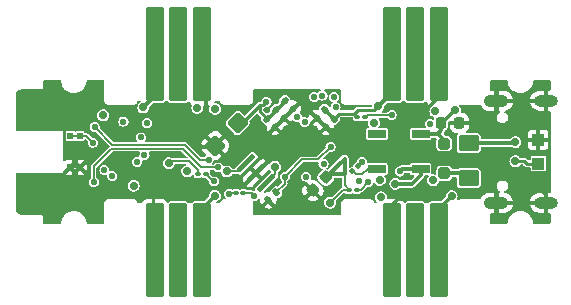
<source format=gbr>
%TF.GenerationSoftware,KiCad,Pcbnew,7.0.6*%
%TF.CreationDate,2023-09-06T22:26:16-07:00*%
%TF.ProjectId,GCP-2,4743502d-322e-46b6-9963-61645f706362,rev?*%
%TF.SameCoordinates,Original*%
%TF.FileFunction,Copper,L4,Bot*%
%TF.FilePolarity,Positive*%
%FSLAX46Y46*%
G04 Gerber Fmt 4.6, Leading zero omitted, Abs format (unit mm)*
G04 Created by KiCad (PCBNEW 7.0.6) date 2023-09-06 22:26:16*
%MOMM*%
%LPD*%
G01*
G04 APERTURE LIST*
G04 Aperture macros list*
%AMRoundRect*
0 Rectangle with rounded corners*
0 $1 Rounding radius*
0 $2 $3 $4 $5 $6 $7 $8 $9 X,Y pos of 4 corners*
0 Add a 4 corners polygon primitive as box body*
4,1,4,$2,$3,$4,$5,$6,$7,$8,$9,$2,$3,0*
0 Add four circle primitives for the rounded corners*
1,1,$1+$1,$2,$3*
1,1,$1+$1,$4,$5*
1,1,$1+$1,$6,$7*
1,1,$1+$1,$8,$9*
0 Add four rect primitives between the rounded corners*
20,1,$1+$1,$2,$3,$4,$5,0*
20,1,$1+$1,$4,$5,$6,$7,0*
20,1,$1+$1,$6,$7,$8,$9,0*
20,1,$1+$1,$8,$9,$2,$3,0*%
%AMRotRect*
0 Rectangle, with rotation*
0 The origin of the aperture is its center*
0 $1 length*
0 $2 width*
0 $3 Rotation angle, in degrees counterclockwise*
0 Add horizontal line*
21,1,$1,$2,0,0,$3*%
%AMFreePoly0*
4,1,13,0.900000,0.500000,2.600000,0.500000,2.600000,-0.500000,0.900000,-0.500000,0.400000,-1.000000,-0.400000,-1.000000,-0.900000,-0.500000,-2.600000,-0.500000,-2.600000,0.500000,-0.900000,0.500000,-0.400000,1.000000,0.400000,1.000000,0.900000,0.500000,0.900000,0.500000,$1*%
G04 Aperture macros list end*
%TA.AperFunction,ComponentPad*%
%ADD10O,2.100000X1.050000*%
%TD*%
%TA.AperFunction,ComponentPad*%
%ADD11O,2.000000X1.000000*%
%TD*%
%TA.AperFunction,SMDPad,CuDef*%
%ADD12RoundRect,0.150000X-0.600000X-3.850000X0.600000X-3.850000X0.600000X3.850000X-0.600000X3.850000X0*%
%TD*%
%TA.AperFunction,SMDPad,CuDef*%
%ADD13RoundRect,0.150000X0.600000X3.850000X-0.600000X3.850000X-0.600000X-3.850000X0.600000X-3.850000X0*%
%TD*%
%TA.AperFunction,SMDPad,CuDef*%
%ADD14RoundRect,0.225000X-0.017678X0.335876X-0.335876X0.017678X0.017678X-0.335876X0.335876X-0.017678X0*%
%TD*%
%TA.AperFunction,SMDPad,CuDef*%
%ADD15RoundRect,0.140000X0.021213X-0.219203X0.219203X-0.021213X-0.021213X0.219203X-0.219203X0.021213X0*%
%TD*%
%TA.AperFunction,SMDPad,CuDef*%
%ADD16RotRect,0.400000X1.900000X135.000000*%
%TD*%
%TA.AperFunction,SMDPad,CuDef*%
%ADD17RoundRect,0.225000X0.225000X0.250000X-0.225000X0.250000X-0.225000X-0.250000X0.225000X-0.250000X0*%
%TD*%
%TA.AperFunction,SMDPad,CuDef*%
%ADD18RoundRect,0.140000X-0.021213X0.219203X-0.219203X0.021213X0.021213X-0.219203X0.219203X-0.021213X0*%
%TD*%
%TA.AperFunction,SMDPad,CuDef*%
%ADD19R,1.500000X0.700000*%
%TD*%
%TA.AperFunction,SMDPad,CuDef*%
%ADD20FreePoly0,0.000000*%
%TD*%
%TA.AperFunction,SMDPad,CuDef*%
%ADD21RoundRect,0.100000X-0.021213X-0.162635X0.162635X0.021213X0.021213X0.162635X-0.162635X-0.021213X0*%
%TD*%
%TA.AperFunction,SMDPad,CuDef*%
%ADD22RoundRect,0.100000X0.130000X0.100000X-0.130000X0.100000X-0.130000X-0.100000X0.130000X-0.100000X0*%
%TD*%
%TA.AperFunction,SMDPad,CuDef*%
%ADD23RoundRect,0.140000X-0.219203X-0.021213X-0.021213X-0.219203X0.219203X0.021213X0.021213X0.219203X0*%
%TD*%
%TA.AperFunction,SMDPad,CuDef*%
%ADD24RoundRect,0.250000X-0.250000X0.250000X-0.250000X-0.250000X0.250000X-0.250000X0.250000X0.250000X0*%
%TD*%
%TA.AperFunction,SMDPad,CuDef*%
%ADD25RoundRect,0.250000X0.017678X0.618718X-0.618718X-0.017678X-0.017678X-0.618718X0.618718X0.017678X0*%
%TD*%
%TA.AperFunction,SMDPad,CuDef*%
%ADD26RoundRect,0.100000X-0.130000X-0.100000X0.130000X-0.100000X0.130000X0.100000X-0.130000X0.100000X0*%
%TD*%
%TA.AperFunction,SMDPad,CuDef*%
%ADD27R,0.500000X0.550000*%
%TD*%
%TA.AperFunction,SMDPad,CuDef*%
%ADD28R,1.000000X1.000000*%
%TD*%
%TA.AperFunction,SMDPad,CuDef*%
%ADD29RoundRect,0.250001X0.624999X-0.462499X0.624999X0.462499X-0.624999X0.462499X-0.624999X-0.462499X0*%
%TD*%
%TA.AperFunction,SMDPad,CuDef*%
%ADD30RoundRect,0.140000X0.219203X0.021213X0.021213X0.219203X-0.219203X-0.021213X-0.021213X-0.219203X0*%
%TD*%
%TA.AperFunction,ViaPad*%
%ADD31C,0.700000*%
%TD*%
%TA.AperFunction,ViaPad*%
%ADD32C,0.550000*%
%TD*%
%TA.AperFunction,Conductor*%
%ADD33C,0.150000*%
%TD*%
%TA.AperFunction,Conductor*%
%ADD34C,0.250000*%
%TD*%
%TA.AperFunction,Conductor*%
%ADD35C,0.350000*%
%TD*%
G04 APERTURE END LIST*
D10*
%TO.P,J1,S1,SHELL_GND*%
%TO.N,GND*%
X216526187Y-151150946D03*
D11*
%TO.P,J1,S2,SHELL_GND*%
X220706187Y-151150946D03*
%TO.P,J1,S3,SHELL_GND*%
X220706187Y-142510946D03*
D10*
%TO.P,J1,S4,SHELL_GND*%
X216526187Y-142510946D03*
%TD*%
D12*
%TO.P,J2,4,GND*%
%TO.N,GND*%
X191586408Y-138544241D03*
%TO.P,J2,5,NC*%
%TO.N,unconnected-(J2-NC-Pad5)*%
X189586408Y-138544241D03*
%TO.P,J2,6,3.3V*%
%TO.N,+3V3*%
X187586408Y-138544241D03*
%TD*%
D13*
%TO.P,J5,4,GND*%
%TO.N,GND*%
X187586408Y-155180241D03*
%TO.P,J5,5,NC*%
%TO.N,unconnected-(J5-NC-Pad5)*%
X189586408Y-155180241D03*
%TO.P,J5,6,3.3V*%
%TO.N,+3V3*%
X191586408Y-155180241D03*
%TD*%
D12*
%TO.P,J3,4,GND*%
%TO.N,GND*%
X211652408Y-138544241D03*
%TO.P,J3,5,NC*%
%TO.N,unconnected-(J3-NC-Pad5)*%
X209652408Y-138544241D03*
%TO.P,J3,6,3.3V*%
%TO.N,+3V3*%
X207652408Y-138544241D03*
%TD*%
D13*
%TO.P,J4,4,GND*%
%TO.N,GND*%
X207652408Y-155180241D03*
%TO.P,J4,5,NC*%
%TO.N,unconnected-(J4-NC-Pad5)*%
X209652408Y-155180241D03*
%TO.P,J4,6,3.3V*%
%TO.N,+3V3*%
X211652408Y-155180241D03*
%TD*%
D14*
%TO.P,C2,1*%
%TO.N,+3V3*%
X202070967Y-148999643D03*
%TO.P,C2,2*%
%TO.N,GND*%
X200974951Y-150095659D03*
%TD*%
D15*
%TO.P,C8,1*%
%TO.N,GND*%
X201314831Y-143943244D03*
%TO.P,C8,2*%
%TO.N,+3V3*%
X201993653Y-143264422D03*
%TD*%
D16*
%TO.P,Y1,1,1*%
%TO.N,XTAL_IN*%
X197038936Y-149488769D03*
%TO.P,Y1,2,2*%
%TO.N,GND*%
X196190408Y-148640241D03*
%TO.P,Y1,3,3*%
%TO.N,Net-(R3-Pad1)*%
X195341880Y-147791713D03*
%TD*%
D17*
%TO.P,C3,1*%
%TO.N,GND*%
X213391544Y-144392894D03*
%TO.P,C3,2*%
%TO.N,VCC*%
X211841544Y-144392894D03*
%TD*%
D18*
%TO.P,C6,1*%
%TO.N,+3V3*%
X202755653Y-144026422D03*
%TO.P,C6,2*%
%TO.N,GND*%
X202076831Y-144705244D03*
%TD*%
D19*
%TO.P,U3,1,CE*%
%TO.N,Net-(U3-CE)*%
X206408800Y-148294452D03*
D20*
%TO.P,U3,2,GND*%
%TO.N,GND*%
X208258800Y-146794452D03*
D19*
%TO.P,U3,3,NC*%
%TO.N,unconnected-(U3-NC-Pad3)*%
X206408800Y-145294452D03*
%TO.P,U3,4,Vin*%
%TO.N,VCC*%
X210108800Y-145294452D03*
%TO.P,U3,5,Vout*%
%TO.N,+3V3*%
X210108800Y-148294452D03*
%TD*%
D21*
%TO.P,R14,1*%
%TO.N,Net-(U3-CE)*%
X204335829Y-148481325D03*
%TO.P,R14,2*%
%TO.N,VCC*%
X204788377Y-148028777D03*
%TD*%
D22*
%TO.P,R11,1*%
%TO.N,GC2*%
X205393417Y-143889318D03*
%TO.P,R11,2*%
%TO.N,+3V3*%
X204753417Y-143889318D03*
%TD*%
D23*
%TO.P,C5,1*%
%TO.N,+3V3*%
X198615858Y-142499031D03*
%TO.P,C5,2*%
%TO.N,GND*%
X199294680Y-143177853D03*
%TD*%
D24*
%TO.P,D1,1,K*%
%TO.N,VCC*%
X212090000Y-146140800D03*
%TO.P,D1,2,A*%
%TO.N,Net-(D1-A)*%
X212090000Y-148640800D03*
%TD*%
D25*
%TO.P,C1,1*%
%TO.N,+3V3*%
X194605002Y-144383647D03*
%TO.P,C1,2*%
%TO.N,GND*%
X192695814Y-146292835D03*
%TD*%
D26*
%TO.P,R13,1*%
%TO.N,GC4*%
X194455029Y-150319832D03*
%TO.P,R13,2*%
%TO.N,+3V3*%
X195095029Y-150319832D03*
%TD*%
D22*
%TO.P,R12,1*%
%TO.N,GC3*%
X204684485Y-150045611D03*
%TO.P,R12,2*%
%TO.N,+3V3*%
X204044485Y-150045611D03*
%TD*%
D27*
%TO.P,SW2,1,1*%
%TO.N,GND*%
X181248000Y-148137000D03*
%TO.P,SW2,2,2*%
X180448000Y-148137000D03*
%TO.P,SW2,3,3*%
%TO.N,USB_BOOT*%
X181248000Y-145487000D03*
%TO.P,SW2,4,4*%
X180448000Y-145487000D03*
%TD*%
D22*
%TO.P,R10,1*%
%TO.N,GC1*%
X191908725Y-148694060D03*
%TO.P,R10,2*%
%TO.N,+3V3*%
X191268725Y-148694060D03*
%TD*%
D23*
%TO.P,C4,1*%
%TO.N,+3V3*%
X197091858Y-144023031D03*
%TO.P,C4,2*%
%TO.N,GND*%
X197770680Y-144701853D03*
%TD*%
D28*
%TO.P,TP5,1,1*%
%TO.N,+5V*%
X220070958Y-147828471D03*
%TD*%
D15*
%TO.P,C9,1*%
%TO.N,GND*%
X197206408Y-150926241D03*
%TO.P,C9,2*%
%TO.N,+1V1*%
X197885230Y-150247419D03*
%TD*%
D29*
%TO.P,F1,1*%
%TO.N,Net-(D1-A)*%
X214172800Y-149061500D03*
%TO.P,F1,2*%
%TO.N,+5V*%
X214172800Y-146086500D03*
%TD*%
D30*
%TO.P,C7,1*%
%TO.N,GND*%
X198532680Y-143939853D03*
%TO.P,C7,2*%
%TO.N,+3V3*%
X197853858Y-143261031D03*
%TD*%
D28*
%TO.P,TP4,1,1*%
%TO.N,GND*%
X220071902Y-145800377D03*
%TD*%
D31*
%TO.N,Net-(R3-Pad1)*%
X193695697Y-148486606D03*
%TO.N,XTAL_IN*%
X197791866Y-148103220D03*
%TO.N,GND*%
X198120000Y-146812000D03*
X219202000Y-149098000D03*
D32*
X187991475Y-148882200D03*
D31*
X196470764Y-146751305D03*
X183388000Y-150114000D03*
X211362718Y-150273906D03*
X191535313Y-150630225D03*
X210142867Y-146436503D03*
X191318560Y-146451787D03*
X190941352Y-149422630D03*
X208367922Y-147388245D03*
X201168000Y-151638000D03*
D32*
X187452000Y-150368000D03*
D31*
X200660000Y-146812000D03*
X208343905Y-144055246D03*
X180848000Y-146812000D03*
D32*
%TO.N,SIO2*%
X184945050Y-144264227D03*
X200287822Y-144315048D03*
%TO.N,SIO0*%
X183329531Y-148385788D03*
X201793827Y-142067869D03*
%TO.N,SCLK*%
X202795711Y-142202738D03*
X186724196Y-147123466D03*
%TO.N,SIO3*%
X184003876Y-148872280D03*
X202901679Y-143053696D03*
%TO.N,+3V3*%
X208330800Y-148488400D03*
D31*
X186628942Y-143070236D03*
X192692295Y-150555796D03*
D32*
X210907729Y-144450543D03*
X197054805Y-142594651D03*
D31*
X188781411Y-147791696D03*
X207971441Y-149534869D03*
D32*
X196022567Y-150551036D03*
D31*
X206506816Y-142972765D03*
X183219200Y-143737841D03*
X212741216Y-150591034D03*
X202438000Y-151130000D03*
D32*
X186105886Y-147678029D03*
%TO.N,+1V1*%
X202478822Y-146399334D03*
X198606155Y-148933565D03*
D31*
%TO.N,VCC*%
X191207561Y-143118722D03*
D32*
X205155019Y-147669371D03*
D31*
X206750636Y-150677559D03*
X213016317Y-143314091D03*
X185805006Y-149691413D03*
D32*
%TO.N,GC1*%
X200416269Y-148928126D03*
X192630956Y-149331111D03*
%TO.N,GC2*%
X201883120Y-147841162D03*
X207649979Y-143694420D03*
%TO.N,GC3*%
X205659402Y-149412042D03*
%TO.N,GC4*%
X204864639Y-149318115D03*
X193898381Y-150382450D03*
D31*
%TO.N,Net-(L1-DOUT)*%
X192703161Y-143198199D03*
X206145560Y-144379256D03*
%TO.N,Net-(L2-DOUT)*%
X211354130Y-143394984D03*
X211161337Y-149226128D03*
%TO.N,Net-(L3-DOUT)*%
X190342037Y-148465301D03*
X206649396Y-149208502D03*
D32*
%TO.N,USB_BOOT*%
X186933331Y-144414179D03*
X201097172Y-142170832D03*
X182372000Y-146050000D03*
%TO.N,SIO1*%
X199664856Y-143891174D03*
X186418974Y-145611676D03*
%TO.N,BTN_1*%
X192147468Y-147494690D03*
X182501911Y-144714473D03*
%TO.N,BTN_2*%
X192936575Y-148144951D03*
X182434617Y-149397925D03*
D31*
%TO.N,+5V*%
X218128772Y-146002723D03*
X218128772Y-147623172D03*
%TD*%
D33*
%TO.N,Net-(R3-Pad1)*%
X193695697Y-148486606D02*
X194646987Y-148486606D01*
X194646987Y-148486606D02*
X195341880Y-147791713D01*
%TO.N,XTAL_IN*%
X197038936Y-149488769D02*
X197791866Y-148735839D01*
X197791866Y-148735839D02*
X197791866Y-148103220D01*
D34*
%TO.N,GND*%
X211652408Y-142135207D02*
X210752852Y-143034763D01*
D35*
X192536862Y-146451787D02*
X192695814Y-146292835D01*
X207652408Y-151331308D02*
X208106596Y-150877120D01*
D34*
X202241508Y-144869921D02*
X203675408Y-144869921D01*
D33*
X210759504Y-150877120D02*
X211362718Y-150273906D01*
D34*
X219284848Y-149098000D02*
X220706187Y-150519339D01*
D35*
X191974544Y-142557905D02*
X191974544Y-143121463D01*
X191974544Y-143121463D02*
X191981770Y-143128689D01*
D34*
X197770680Y-144701853D02*
X198532680Y-143939853D01*
D33*
X180448000Y-148137000D02*
X181248000Y-148137000D01*
D35*
X207652408Y-155180241D02*
X207652408Y-151331308D01*
D33*
X209025408Y-147409921D02*
X208389598Y-147409921D01*
D34*
X202076831Y-144705244D02*
X202241508Y-144869921D01*
X187452000Y-150368000D02*
X187452000Y-155045833D01*
X219202000Y-149098000D02*
X219284848Y-149098000D01*
D35*
X191586408Y-138544241D02*
X191586408Y-142169769D01*
D34*
X219202000Y-149015152D02*
X219202000Y-149098000D01*
X220706187Y-150519339D02*
X220706187Y-151150946D01*
D35*
X191318560Y-146451787D02*
X192536862Y-146451787D01*
D33*
X208106596Y-150877120D02*
X210759504Y-150877120D01*
D34*
X187452000Y-155045833D02*
X187586408Y-155180241D01*
X201314831Y-143943244D02*
X202076831Y-144705244D01*
X198532680Y-143939853D02*
X199294680Y-143177853D01*
D33*
X208389598Y-147409921D02*
X208367922Y-147388245D01*
D35*
X191586408Y-142169769D02*
X191974544Y-142557905D01*
D34*
X211652408Y-138544241D02*
X211652408Y-142135207D01*
D33*
%TO.N,+3V3*%
X188781411Y-147791696D02*
X188962601Y-147610506D01*
D35*
X211652408Y-151679842D02*
X212741216Y-150591034D01*
D34*
X197091858Y-144023031D02*
X196480745Y-143411918D01*
D33*
X188962601Y-147610506D02*
X190465995Y-147610506D01*
D35*
X210108800Y-148294452D02*
X208524748Y-148294452D01*
X202070967Y-148999643D02*
X202390689Y-148679921D01*
D33*
X203522389Y-150045611D02*
X202438000Y-151130000D01*
D35*
X191586408Y-151661683D02*
X192692295Y-150555796D01*
D33*
X195791363Y-150319832D02*
X196022567Y-150551036D01*
D34*
X204467858Y-143603759D02*
X204784475Y-143287142D01*
X204467858Y-143603759D02*
X204753417Y-143889318D01*
X204784475Y-143287142D02*
X206192439Y-143287142D01*
D35*
X211652408Y-155180241D02*
X211652408Y-151679842D01*
X191586408Y-155180241D02*
X191586408Y-151661683D01*
X187586408Y-142112770D02*
X186628942Y-143070236D01*
D33*
X191258664Y-148403175D02*
X191258664Y-148679823D01*
D35*
X202070967Y-148999643D02*
X203660689Y-147409921D01*
D33*
X195095029Y-150319832D02*
X195791363Y-150319832D01*
D34*
X194997265Y-144383647D02*
X196480745Y-142900167D01*
X196480745Y-143411918D02*
X196480745Y-142900167D01*
D33*
X204044485Y-150045611D02*
X203675408Y-149676534D01*
X204044485Y-150045611D02*
X203522389Y-150045611D01*
D35*
X187586408Y-138544241D02*
X187586408Y-142112770D01*
X202390689Y-148679921D02*
X203675408Y-148679921D01*
D33*
X203675408Y-149676534D02*
X203675408Y-148679921D01*
X190465995Y-147610506D02*
X191258664Y-148403175D01*
D34*
X196480745Y-142900167D02*
X196749289Y-142900167D01*
X197853858Y-143261031D02*
X197091858Y-144023031D01*
D35*
X203660689Y-147409921D02*
X203675408Y-147409921D01*
X203675408Y-147409921D02*
X203675408Y-148679921D01*
X210108800Y-148793200D02*
X209367131Y-149534869D01*
X207652408Y-141827173D02*
X207652408Y-138544241D01*
D34*
X196749289Y-142900167D02*
X197054805Y-142594651D01*
D35*
X208524748Y-148294452D02*
X208330800Y-148488400D01*
D34*
X201993653Y-143264422D02*
X202755653Y-144026422D01*
D35*
X209367131Y-149534869D02*
X207971441Y-149534869D01*
X210108800Y-148294452D02*
X210108800Y-148793200D01*
D34*
X198615858Y-142499031D02*
X197853858Y-143261031D01*
X203178316Y-143603759D02*
X204467858Y-143603759D01*
X194605002Y-144383647D02*
X194997265Y-144383647D01*
D35*
X206506816Y-142972765D02*
X207652408Y-141827173D01*
D34*
X206192439Y-143287142D02*
X206506816Y-142972765D01*
X202755653Y-144026422D02*
X203178316Y-143603759D01*
D33*
%TO.N,+1V1*%
X202478822Y-146399334D02*
X201423955Y-147454201D01*
X198606155Y-149526494D02*
X197885230Y-150247419D01*
X200085519Y-147454201D02*
X198606155Y-148933565D01*
X201423955Y-147454201D02*
X200085519Y-147454201D01*
X198606155Y-148933565D02*
X198606155Y-149526494D01*
D35*
%TO.N,Net-(D1-A)*%
X214172800Y-149061500D02*
X213752100Y-148640800D01*
X213752100Y-148640800D02*
X212090000Y-148640800D01*
D33*
%TO.N,VCC*%
X204788377Y-148028777D02*
X204795613Y-148028777D01*
D35*
X211841544Y-144392894D02*
X211841544Y-144990560D01*
X211537652Y-145294452D02*
X210108800Y-145294452D01*
X212090000Y-146140800D02*
X212090000Y-145846800D01*
D33*
X204795613Y-148028777D02*
X205155019Y-147669371D01*
D35*
X211937514Y-144392894D02*
X213016317Y-143314091D01*
X211841544Y-144990560D02*
X211537652Y-145294452D01*
X212090000Y-145846800D02*
X211537652Y-145294452D01*
X211841544Y-144392894D02*
X211937514Y-144392894D01*
D33*
%TO.N,GC1*%
X191908725Y-148694060D02*
X192545776Y-149331111D01*
X192545776Y-149331111D02*
X192630956Y-149331111D01*
%TO.N,GC2*%
X207619267Y-143725132D02*
X207649979Y-143694420D01*
X205393417Y-143889318D02*
X205557603Y-143725132D01*
X205557603Y-143725132D02*
X207619267Y-143725132D01*
%TO.N,GC3*%
X205659402Y-149412042D02*
X205025833Y-150045611D01*
X205025833Y-150045611D02*
X204684485Y-150045611D01*
%TO.N,GC4*%
X194455029Y-150319832D02*
X193960999Y-150319832D01*
X193960999Y-150319832D02*
X193898381Y-150382450D01*
%TO.N,USB_BOOT*%
X181248000Y-145487000D02*
X181809000Y-145487000D01*
X181809000Y-145487000D02*
X182372000Y-146050000D01*
X180448000Y-145487000D02*
X181248000Y-145487000D01*
%TO.N,BTN_1*%
X183997511Y-146210073D02*
X182501911Y-144714473D01*
X190127655Y-146210073D02*
X183997511Y-146210073D01*
X191412272Y-147494690D02*
X190127655Y-146210073D01*
X192147468Y-147494690D02*
X191412272Y-147494690D01*
%TO.N,BTN_2*%
X192931758Y-148140134D02*
X191551958Y-148140134D01*
X183911085Y-146561847D02*
X182434617Y-148038315D01*
X191551958Y-148140134D02*
X189973671Y-146561847D01*
X192936575Y-148144951D02*
X192931758Y-148140134D01*
X189973671Y-146561847D02*
X183911085Y-146561847D01*
X182434617Y-148038315D02*
X182434617Y-149397925D01*
%TO.N,Net-(U3-CE)*%
X204596904Y-148742400D02*
X205181200Y-148742400D01*
X205629148Y-148294452D02*
X206408800Y-148294452D01*
X204335829Y-148481325D02*
X204596904Y-148742400D01*
X205181200Y-148742400D02*
X205629148Y-148294452D01*
D34*
%TO.N,+5V*%
X218128772Y-147623172D02*
X218895572Y-147623172D01*
X219100871Y-147828471D02*
X220070958Y-147828471D01*
D35*
X214172800Y-146086500D02*
X218044995Y-146086500D01*
D34*
X218895572Y-147623172D02*
X219100871Y-147828471D01*
D35*
X218044995Y-146086500D02*
X218128772Y-146002723D01*
%TD*%
%TA.AperFunction,Conductor*%
%TO.N,GND*%
G36*
X179644176Y-140783403D02*
G01*
X179669486Y-140827240D01*
X179670610Y-140840090D01*
X179670610Y-140865255D01*
X179707234Y-141061178D01*
X179743095Y-141153744D01*
X179779237Y-141247036D01*
X179884165Y-141416500D01*
X179937937Y-141475485D01*
X180010599Y-141555192D01*
X180018446Y-141563799D01*
X180145601Y-141659822D01*
X180177502Y-141683913D01*
X180177504Y-141683915D01*
X180177505Y-141683915D01*
X180177506Y-141683916D01*
X180355930Y-141772761D01*
X180547641Y-141827307D01*
X180547652Y-141827308D01*
X180746107Y-141845698D01*
X180746110Y-141845698D01*
X180746113Y-141845698D01*
X180912560Y-141830274D01*
X180944579Y-141827307D01*
X181136290Y-141772761D01*
X181314714Y-141683916D01*
X181473774Y-141563799D01*
X181608055Y-141416500D01*
X181712983Y-141247036D01*
X181784986Y-141061176D01*
X181821610Y-140865250D01*
X181821610Y-140840090D01*
X181838923Y-140792524D01*
X181882760Y-140767214D01*
X181895610Y-140766090D01*
X183248721Y-140766090D01*
X183296287Y-140783403D01*
X183321597Y-140827240D01*
X183322721Y-140840090D01*
X183322721Y-142447923D01*
X183318066Y-142460712D01*
X183321796Y-142484286D01*
X183322705Y-142495851D01*
X183322705Y-142539443D01*
X183331355Y-142571724D01*
X183330450Y-142582060D01*
X183334667Y-142590335D01*
X183340211Y-142604776D01*
X183346591Y-142628584D01*
X183346592Y-142628587D01*
X183370967Y-142670805D01*
X183372923Y-142681900D01*
X183376561Y-142685538D01*
X183388320Y-142700861D01*
X183392738Y-142708513D01*
X183444822Y-142760595D01*
X183457999Y-142773772D01*
X183465655Y-142778192D01*
X183480982Y-142789951D01*
X183484464Y-142793433D01*
X183495708Y-142795541D01*
X183537928Y-142819915D01*
X183561749Y-142826296D01*
X183576186Y-142831838D01*
X183584350Y-142835997D01*
X183594482Y-142835066D01*
X183594612Y-142835100D01*
X183627075Y-142843797D01*
X183670555Y-142843795D01*
X183682130Y-142844706D01*
X183704664Y-142848274D01*
X183715803Y-142843830D01*
X183718066Y-142843795D01*
X185723997Y-142843795D01*
X185736681Y-142848411D01*
X185760053Y-142844711D01*
X185771625Y-142843800D01*
X185815145Y-142843799D01*
X185818952Y-142842779D01*
X185847419Y-142835151D01*
X185857752Y-142836054D01*
X185866024Y-142831840D01*
X185880461Y-142826297D01*
X185904289Y-142819913D01*
X185946506Y-142795538D01*
X185957597Y-142793582D01*
X185961234Y-142789946D01*
X185976556Y-142778188D01*
X185984213Y-142773768D01*
X186049471Y-142708509D01*
X186053891Y-142700854D01*
X186065651Y-142685526D01*
X186069132Y-142682044D01*
X186071241Y-142670800D01*
X186095615Y-142628584D01*
X186101999Y-142604755D01*
X186107541Y-142590319D01*
X186111699Y-142582158D01*
X186110768Y-142572031D01*
X186110798Y-142571914D01*
X186115332Y-142554995D01*
X186116980Y-142548846D01*
X186146015Y-142507382D01*
X186188458Y-142494000D01*
X186347808Y-142494000D01*
X186395374Y-142511313D01*
X186420684Y-142555150D01*
X186411894Y-142605000D01*
X186387815Y-142630253D01*
X186297817Y-142688091D01*
X186297810Y-142688096D01*
X186203565Y-142796862D01*
X186143776Y-142927781D01*
X186124056Y-143064943D01*
X186123295Y-143070236D01*
X186124806Y-143080744D01*
X186143776Y-143212690D01*
X186143776Y-143212691D01*
X186143777Y-143212693D01*
X186190085Y-143314092D01*
X186203565Y-143343609D01*
X186297810Y-143452375D01*
X186297811Y-143452376D01*
X186297814Y-143452379D01*
X186382408Y-143506744D01*
X186414329Y-143527259D01*
X186418889Y-143530189D01*
X186488339Y-143550581D01*
X186556977Y-143570735D01*
X186556979Y-143570736D01*
X186556981Y-143570736D01*
X186700905Y-143570736D01*
X186700906Y-143570735D01*
X186838995Y-143530189D01*
X186960070Y-143452379D01*
X187054319Y-143343609D01*
X187114107Y-143212693D01*
X187134589Y-143070236D01*
X187134163Y-143067279D01*
X187134588Y-143065247D01*
X187134589Y-143064943D01*
X187134653Y-143064943D01*
X187144529Y-143017733D01*
X187155080Y-143004423D01*
X187443090Y-142716414D01*
X187488967Y-142695022D01*
X187495416Y-142694740D01*
X188231271Y-142694740D01*
X188231272Y-142694740D01*
X188256399Y-142691826D01*
X188359173Y-142646447D01*
X188438614Y-142567006D01*
X188446632Y-142548847D01*
X188451374Y-142538109D01*
X188486424Y-142501589D01*
X188519068Y-142494000D01*
X188653748Y-142494000D01*
X188701314Y-142511313D01*
X188721442Y-142538109D01*
X188734201Y-142567005D01*
X188734202Y-142567006D01*
X188813643Y-142646447D01*
X188916417Y-142691826D01*
X188941543Y-142694741D01*
X190231272Y-142694740D01*
X190256399Y-142691826D01*
X190359173Y-142646447D01*
X190414429Y-142591190D01*
X190460305Y-142569798D01*
X190509199Y-142582898D01*
X190536089Y-142617655D01*
X190543054Y-142636329D01*
X190629219Y-142751429D01*
X190727437Y-142824956D01*
X190755140Y-142867321D01*
X190750403Y-142914936D01*
X190722395Y-142976265D01*
X190702417Y-143115222D01*
X190701914Y-143118722D01*
X190703544Y-143130058D01*
X190722395Y-143261176D01*
X190722395Y-143261177D01*
X190722396Y-143261179D01*
X190764656Y-143353714D01*
X190782184Y-143392095D01*
X190876429Y-143500861D01*
X190876430Y-143500862D01*
X190876433Y-143500865D01*
X190938902Y-143541011D01*
X190985154Y-143570736D01*
X190997508Y-143578675D01*
X191099734Y-143608691D01*
X191135596Y-143619221D01*
X191135598Y-143619222D01*
X191135600Y-143619222D01*
X191279524Y-143619222D01*
X191279525Y-143619221D01*
X191417614Y-143578675D01*
X191538689Y-143500865D01*
X191632938Y-143392095D01*
X191692726Y-143261179D01*
X191713208Y-143118722D01*
X191698608Y-143017174D01*
X191693087Y-142978772D01*
X191703455Y-142929226D01*
X191743244Y-142897936D01*
X191766334Y-142894241D01*
X192176605Y-142894241D01*
X192224171Y-142911554D01*
X192249481Y-142955391D01*
X192243918Y-142998981D01*
X192237483Y-143013072D01*
X192217995Y-143055744D01*
X192199338Y-143185514D01*
X192197514Y-143198199D01*
X192199598Y-143212693D01*
X192217995Y-143340653D01*
X192217995Y-143340654D01*
X192217996Y-143340656D01*
X192265584Y-143444857D01*
X192277784Y-143471572D01*
X192372029Y-143580338D01*
X192372030Y-143580339D01*
X192372033Y-143580342D01*
X192493108Y-143658152D01*
X192599564Y-143689410D01*
X192631196Y-143698698D01*
X192631198Y-143698699D01*
X192631200Y-143698699D01*
X192775124Y-143698699D01*
X192775125Y-143698698D01*
X192783517Y-143696234D01*
X192913214Y-143658152D01*
X193034289Y-143580342D01*
X193128538Y-143471572D01*
X193188326Y-143340656D01*
X193208808Y-143198199D01*
X193188326Y-143055742D01*
X193128538Y-142924826D01*
X193078710Y-142867321D01*
X193034292Y-142816059D01*
X193034290Y-142816058D01*
X193034289Y-142816056D01*
X192968494Y-142773772D01*
X192913215Y-142738246D01*
X192913211Y-142738245D01*
X192775125Y-142697699D01*
X192775122Y-142697699D01*
X192713452Y-142697699D01*
X192665886Y-142680386D01*
X192640576Y-142636549D01*
X192644117Y-142597839D01*
X192664891Y-142542140D01*
X192697735Y-142503623D01*
X192734226Y-142494000D01*
X193049547Y-142494000D01*
X193097113Y-142511313D01*
X193121025Y-142548846D01*
X193126639Y-142569798D01*
X193127154Y-142571717D01*
X193126249Y-142582052D01*
X193130466Y-142590328D01*
X193136009Y-142604769D01*
X193142388Y-142628577D01*
X193142392Y-142628586D01*
X193166762Y-142670797D01*
X193168718Y-142681890D01*
X193172355Y-142685527D01*
X193184112Y-142700849D01*
X193186606Y-142705168D01*
X193188534Y-142708507D01*
X193253792Y-142773766D01*
X193261442Y-142778183D01*
X193276767Y-142789942D01*
X193280249Y-142793424D01*
X193291494Y-142795533D01*
X193327041Y-142816056D01*
X193333713Y-142819908D01*
X193357534Y-142826291D01*
X193371970Y-142831833D01*
X193380134Y-142835992D01*
X193390261Y-142835062D01*
X193390578Y-142835146D01*
X193422855Y-142843795D01*
X193466334Y-142843795D01*
X193477911Y-142844706D01*
X193500435Y-142848273D01*
X193511572Y-142843830D01*
X193513836Y-142843795D01*
X195520446Y-142843795D01*
X195532934Y-142848340D01*
X195555863Y-142844707D01*
X195567446Y-142843795D01*
X195572199Y-142843795D01*
X195572351Y-142843779D01*
X195610923Y-142843781D01*
X195643199Y-142835134D01*
X195653533Y-142836038D01*
X195661806Y-142831824D01*
X195676251Y-142826280D01*
X195678036Y-142825801D01*
X195700066Y-142819900D01*
X195742283Y-142795527D01*
X195753373Y-142793572D01*
X195757008Y-142789938D01*
X195772334Y-142778178D01*
X195779991Y-142773759D01*
X195845249Y-142708504D01*
X195849670Y-142700845D01*
X195861428Y-142685524D01*
X195864909Y-142682042D01*
X195867019Y-142670797D01*
X195891394Y-142628581D01*
X195897776Y-142604762D01*
X195903319Y-142590322D01*
X195907477Y-142582160D01*
X195906547Y-142572029D01*
X195906630Y-142571718D01*
X195906631Y-142571714D01*
X195915279Y-142539439D01*
X195915279Y-142495956D01*
X195916190Y-142484380D01*
X195919757Y-142461852D01*
X195915313Y-142450709D01*
X195915279Y-142448456D01*
X195915279Y-141615090D01*
X195932592Y-141567524D01*
X195976429Y-141542214D01*
X195989279Y-141541090D01*
X201582213Y-141541090D01*
X201629779Y-141558403D01*
X201655089Y-141602240D01*
X201646299Y-141652090D01*
X201615808Y-141681024D01*
X201540607Y-141719340D01*
X201445617Y-141814330D01*
X201399740Y-141835722D01*
X201356055Y-141824016D01*
X201355581Y-141824948D01*
X201351200Y-141822715D01*
X201350846Y-141822621D01*
X201350426Y-141822321D01*
X201230298Y-141761113D01*
X201230298Y-141761112D01*
X201097172Y-141740028D01*
X200964045Y-141761112D01*
X200964045Y-141761113D01*
X200843952Y-141822303D01*
X200748643Y-141917612D01*
X200687453Y-142037705D01*
X200687452Y-142037705D01*
X200666368Y-142170832D01*
X200687452Y-142303958D01*
X200748643Y-142424051D01*
X200748644Y-142424052D01*
X200843952Y-142519360D01*
X200964045Y-142580550D01*
X200964045Y-142580551D01*
X200978864Y-142582898D01*
X201097172Y-142601636D01*
X201230298Y-142580551D01*
X201350392Y-142519360D01*
X201445382Y-142424369D01*
X201491257Y-142402978D01*
X201534943Y-142414683D01*
X201535418Y-142413753D01*
X201539796Y-142415984D01*
X201540151Y-142416079D01*
X201540570Y-142416378D01*
X201540606Y-142416396D01*
X201540607Y-142416397D01*
X201660700Y-142477587D01*
X201660700Y-142477588D01*
X201678902Y-142480470D01*
X201793827Y-142498673D01*
X201926953Y-142477588D01*
X202047047Y-142416397D01*
X202142355Y-142321089D01*
X202203546Y-142200995D01*
X202224631Y-142067869D01*
X202203546Y-141934743D01*
X202203546Y-141934742D01*
X202142355Y-141814649D01*
X202047046Y-141719340D01*
X201971846Y-141681024D01*
X201937324Y-141644004D01*
X201934675Y-141593454D01*
X201965138Y-141553028D01*
X202005441Y-141541090D01*
X203298721Y-141541090D01*
X203346287Y-141558403D01*
X203371597Y-141602240D01*
X203372721Y-141615090D01*
X203372721Y-142185587D01*
X203367633Y-142199564D01*
X203371361Y-142205768D01*
X203372721Y-142219888D01*
X203372721Y-142447923D01*
X203368066Y-142460712D01*
X203371796Y-142484286D01*
X203372705Y-142495851D01*
X203372705Y-142539443D01*
X203381355Y-142571724D01*
X203380450Y-142582060D01*
X203384667Y-142590335D01*
X203390211Y-142604776D01*
X203396591Y-142628584D01*
X203396592Y-142628587D01*
X203420967Y-142670805D01*
X203422923Y-142681900D01*
X203426561Y-142685538D01*
X203438320Y-142700861D01*
X203442738Y-142708513D01*
X203494822Y-142760595D01*
X203507999Y-142773772D01*
X203515655Y-142778192D01*
X203530982Y-142789951D01*
X203534464Y-142793433D01*
X203545708Y-142795541D01*
X203587928Y-142819915D01*
X203611749Y-142826296D01*
X203626186Y-142831838D01*
X203634350Y-142835997D01*
X203644482Y-142835066D01*
X203644612Y-142835100D01*
X203677075Y-142843797D01*
X203720555Y-142843795D01*
X203732130Y-142844706D01*
X203754664Y-142848274D01*
X203765803Y-142843830D01*
X203768066Y-142843795D01*
X205773997Y-142843795D01*
X205786681Y-142848411D01*
X205810053Y-142844711D01*
X205821625Y-142843800D01*
X205865145Y-142843799D01*
X205868952Y-142842779D01*
X205897419Y-142835151D01*
X205917200Y-142836881D01*
X205952852Y-142832503D01*
X205995305Y-142860072D01*
X206010106Y-142908479D01*
X206009454Y-142915137D01*
X206004705Y-142948172D01*
X205980800Y-142992791D01*
X205933807Y-143011605D01*
X205931458Y-143011642D01*
X204818895Y-143011642D01*
X204804458Y-143010220D01*
X204794554Y-143008250D01*
X204784475Y-143006245D01*
X204784474Y-143006245D01*
X204757343Y-143011642D01*
X204757342Y-143011642D01*
X204718787Y-143019311D01*
X204676979Y-143027627D01*
X204653458Y-143043344D01*
X204610780Y-143071860D01*
X204585851Y-143088517D01*
X204585849Y-143088519D01*
X204574528Y-143105461D01*
X204565328Y-143116671D01*
X204375416Y-143306585D01*
X204329540Y-143327977D01*
X204323090Y-143328259D01*
X203360089Y-143328259D01*
X203312523Y-143310946D01*
X203287213Y-143267109D01*
X203294153Y-143220665D01*
X203311398Y-143186822D01*
X203332483Y-143053696D01*
X203311398Y-142920570D01*
X203311398Y-142920569D01*
X203250207Y-142800476D01*
X203154898Y-142705167D01*
X203073496Y-142663691D01*
X203038974Y-142626671D01*
X203036324Y-142576121D01*
X203054763Y-142545433D01*
X203144239Y-142455958D01*
X203205430Y-142335864D01*
X203225632Y-142208311D01*
X203227598Y-142204764D01*
X203225632Y-142197163D01*
X203205430Y-142069611D01*
X203144239Y-141949518D01*
X203048930Y-141854209D01*
X202928837Y-141793019D01*
X202928837Y-141793018D01*
X202795711Y-141771934D01*
X202662584Y-141793018D01*
X202662584Y-141793019D01*
X202542491Y-141854209D01*
X202447182Y-141949518D01*
X202385992Y-142069611D01*
X202385991Y-142069611D01*
X202364907Y-142202737D01*
X202385991Y-142335864D01*
X202444508Y-142450709D01*
X202447183Y-142455958D01*
X202542491Y-142551266D01*
X202623895Y-142592743D01*
X202658415Y-142629762D01*
X202661065Y-142680311D01*
X202642624Y-142711002D01*
X202553150Y-142800476D01*
X202491960Y-142920569D01*
X202491959Y-142920570D01*
X202482775Y-142978561D01*
X202458234Y-143022834D01*
X202410977Y-143040974D01*
X202363116Y-143024494D01*
X202357366Y-143019317D01*
X202147185Y-142809136D01*
X202128017Y-142793953D01*
X202128015Y-142793952D01*
X202026743Y-142754719D01*
X201918136Y-142754719D01*
X201816863Y-142793952D01*
X201797696Y-142809134D01*
X201797689Y-142809140D01*
X201538367Y-143068463D01*
X201523183Y-143087631D01*
X201481473Y-143195299D01*
X201479081Y-143194372D01*
X201458946Y-143228432D01*
X201411203Y-143245253D01*
X201401436Y-143244504D01*
X201293618Y-143229003D01*
X201154152Y-143249054D01*
X201154150Y-143249054D01*
X201025979Y-143307587D01*
X200980279Y-143344414D01*
X200971884Y-143352809D01*
X202076831Y-144457757D01*
X202667263Y-145048190D01*
X202675659Y-145039795D01*
X202712487Y-144994095D01*
X202771020Y-144865924D01*
X202771020Y-144865922D01*
X202791071Y-144726457D01*
X202775570Y-144618638D01*
X202785937Y-144569092D01*
X202825727Y-144537802D01*
X202829018Y-144536958D01*
X202831168Y-144536125D01*
X202831170Y-144536125D01*
X202932444Y-144496891D01*
X202951611Y-144481709D01*
X203210939Y-144222380D01*
X203226122Y-144203213D01*
X203265356Y-144101939D01*
X203265356Y-143993332D01*
X203265146Y-143992789D01*
X203260188Y-143979991D01*
X203259149Y-143929383D01*
X203290883Y-143889946D01*
X203329191Y-143879259D01*
X204298917Y-143879259D01*
X204346483Y-143896572D01*
X204371793Y-143940409D01*
X204372917Y-143953258D01*
X204372917Y-144013992D01*
X204378677Y-144042948D01*
X204387451Y-144087058D01*
X204436713Y-144160786D01*
X204442816Y-144169919D01*
X204525677Y-144225284D01*
X204598743Y-144239818D01*
X204598745Y-144239818D01*
X204908089Y-144239818D01*
X204908091Y-144239818D01*
X204981157Y-144225284D01*
X205032307Y-144191106D01*
X205081472Y-144179077D01*
X205114528Y-144191108D01*
X205165677Y-144225284D01*
X205238743Y-144239818D01*
X205238745Y-144239818D01*
X205548089Y-144239818D01*
X205548091Y-144239818D01*
X205560686Y-144237312D01*
X205610714Y-144245009D01*
X205644092Y-144283065D01*
X205648372Y-144320420D01*
X205643733Y-144352689D01*
X205639913Y-144379256D01*
X205642515Y-144397353D01*
X205660394Y-144521710D01*
X205660394Y-144521711D01*
X205660395Y-144521713D01*
X205720183Y-144652629D01*
X205733194Y-144667645D01*
X205736528Y-144671492D01*
X205754594Y-144718778D01*
X205738038Y-144766613D01*
X205694608Y-144792615D01*
X205680603Y-144793952D01*
X205643980Y-144793952D01*
X205634640Y-144795810D01*
X205600077Y-144802685D01*
X205550296Y-144835947D01*
X205550295Y-144835948D01*
X205517033Y-144885729D01*
X205517032Y-144885730D01*
X205517033Y-144885730D01*
X205508300Y-144929632D01*
X205508300Y-145659272D01*
X205511253Y-145674116D01*
X205517033Y-145703174D01*
X205544847Y-145744802D01*
X205550296Y-145752956D01*
X205600078Y-145786219D01*
X205643980Y-145794952D01*
X205643981Y-145794952D01*
X207173619Y-145794952D01*
X207173620Y-145794952D01*
X207217522Y-145786219D01*
X207267304Y-145752956D01*
X207300567Y-145703174D01*
X207309300Y-145659272D01*
X207309300Y-144929632D01*
X207300567Y-144885730D01*
X207267304Y-144835948D01*
X207256932Y-144829018D01*
X207217522Y-144802685D01*
X207199354Y-144799071D01*
X207173620Y-144793952D01*
X207173619Y-144793952D01*
X206610517Y-144793952D01*
X206562951Y-144776639D01*
X206537641Y-144732802D01*
X206546431Y-144682952D01*
X206554592Y-144671492D01*
X206570937Y-144652629D01*
X206630725Y-144521713D01*
X206651207Y-144379256D01*
X206630725Y-144236799D01*
X206570937Y-144105883D01*
X206554625Y-144087058D01*
X206542523Y-144073091D01*
X206524458Y-144025805D01*
X206541015Y-143977971D01*
X206584445Y-143951969D01*
X206598449Y-143950632D01*
X207273791Y-143950632D01*
X207321357Y-143967945D01*
X207326117Y-143972306D01*
X207396759Y-144042948D01*
X207516852Y-144104138D01*
X207516852Y-144104139D01*
X207527864Y-144105883D01*
X207649979Y-144125224D01*
X207783105Y-144104139D01*
X207903199Y-144042948D01*
X207998507Y-143947640D01*
X208059698Y-143827546D01*
X208080783Y-143694420D01*
X208062451Y-143578674D01*
X208059698Y-143561293D01*
X207998507Y-143441200D01*
X207903198Y-143345891D01*
X207783105Y-143284701D01*
X207783105Y-143284700D01*
X207649979Y-143263616D01*
X207516852Y-143284700D01*
X207516852Y-143284701D01*
X207396759Y-143345891D01*
X207301450Y-143441200D01*
X207292265Y-143459228D01*
X207255244Y-143493750D01*
X207226331Y-143499632D01*
X206864769Y-143499632D01*
X206817203Y-143482319D01*
X206791893Y-143438482D01*
X206800683Y-143388632D01*
X206824760Y-143363380D01*
X206837944Y-143354908D01*
X206932193Y-143246138D01*
X206991981Y-143115222D01*
X207012463Y-142972765D01*
X207012038Y-142969807D01*
X207012463Y-142967775D01*
X207012463Y-142967471D01*
X207012527Y-142967471D01*
X207022403Y-142920261D01*
X207032954Y-142906951D01*
X207223491Y-142716414D01*
X207269369Y-142695022D01*
X207275818Y-142694740D01*
X208297271Y-142694740D01*
X208297272Y-142694740D01*
X208322399Y-142691826D01*
X208425173Y-142646447D01*
X208504614Y-142567006D01*
X208512632Y-142548847D01*
X208517374Y-142538109D01*
X208552424Y-142501589D01*
X208585068Y-142494000D01*
X208719748Y-142494000D01*
X208767314Y-142511313D01*
X208787442Y-142538109D01*
X208800201Y-142567005D01*
X208800202Y-142567006D01*
X208879643Y-142646447D01*
X208982417Y-142691826D01*
X209007543Y-142694741D01*
X210297272Y-142694740D01*
X210322399Y-142691826D01*
X210425173Y-142646447D01*
X210480429Y-142591191D01*
X210526305Y-142569798D01*
X210575199Y-142582898D01*
X210602089Y-142617655D01*
X210609054Y-142636329D01*
X210695219Y-142751429D01*
X210810319Y-142837594D01*
X210810320Y-142837595D01*
X210945027Y-142887837D01*
X210945033Y-142887839D01*
X210974784Y-142891037D01*
X211020227Y-142913334D01*
X211040707Y-142959625D01*
X211026639Y-143008250D01*
X211022801Y-143013072D01*
X210928753Y-143121610D01*
X210868964Y-143252529D01*
X210848483Y-143394984D01*
X210868964Y-143537438D01*
X210868964Y-143537439D01*
X210868965Y-143537441D01*
X210926148Y-143662653D01*
X210928753Y-143668357D01*
X211022998Y-143777123D01*
X211022999Y-143777124D01*
X211023002Y-143777127D01*
X211115604Y-143836638D01*
X211143407Y-143854507D01*
X211144077Y-143854937D01*
X211191799Y-143868949D01*
X211230683Y-143880367D01*
X211271445Y-143910379D01*
X211283379Y-143959571D01*
X211276316Y-143983868D01*
X211251679Y-144034264D01*
X211251677Y-144034272D01*
X211251096Y-144038260D01*
X211227103Y-144082831D01*
X211180073Y-144101552D01*
X211144275Y-144093519D01*
X211040855Y-144040824D01*
X211040855Y-144040823D01*
X210907729Y-144019739D01*
X210774602Y-144040823D01*
X210774602Y-144040824D01*
X210654509Y-144102014D01*
X210559200Y-144197323D01*
X210498010Y-144317416D01*
X210498009Y-144317416D01*
X210480273Y-144429402D01*
X210476925Y-144450543D01*
X210479177Y-144464759D01*
X210498009Y-144583666D01*
X210498009Y-144583667D01*
X210498010Y-144583669D01*
X210550333Y-144686359D01*
X210556501Y-144736598D01*
X210528932Y-144779051D01*
X210484398Y-144793952D01*
X209343980Y-144793952D01*
X209334640Y-144795810D01*
X209300077Y-144802685D01*
X209250296Y-144835947D01*
X209250295Y-144835948D01*
X209217033Y-144885729D01*
X209217032Y-144885730D01*
X209217033Y-144885730D01*
X209208300Y-144929632D01*
X209208300Y-145659272D01*
X209211253Y-145674116D01*
X209217033Y-145703174D01*
X209244847Y-145744802D01*
X209250296Y-145752956D01*
X209300078Y-145786219D01*
X209343980Y-145794952D01*
X209343981Y-145794952D01*
X210873619Y-145794952D01*
X210873620Y-145794952D01*
X210917522Y-145786219D01*
X210967304Y-145752956D01*
X211000567Y-145703174D01*
X211005273Y-145679514D01*
X211031533Y-145636240D01*
X211077851Y-145619952D01*
X211372174Y-145619952D01*
X211419740Y-145637265D01*
X211424500Y-145641626D01*
X211448070Y-145665196D01*
X211469462Y-145711072D01*
X211461680Y-145751114D01*
X211454355Y-145765491D01*
X211454354Y-145765495D01*
X211439500Y-145859280D01*
X211439500Y-146422319D01*
X211454353Y-146516104D01*
X211454354Y-146516106D01*
X211503776Y-146613099D01*
X211511950Y-146629142D01*
X211601658Y-146718850D01*
X211714696Y-146776446D01*
X211808481Y-146791300D01*
X212371518Y-146791299D01*
X212371519Y-146791299D01*
X212465304Y-146776446D01*
X212465306Y-146776445D01*
X212467419Y-146775368D01*
X212578342Y-146718850D01*
X212668050Y-146629142D01*
X212725646Y-146516104D01*
X212740500Y-146422319D01*
X212740499Y-145859282D01*
X212730600Y-145796780D01*
X212725646Y-145765495D01*
X212725645Y-145765493D01*
X212693023Y-145701471D01*
X212668050Y-145652458D01*
X212578342Y-145562750D01*
X212465304Y-145505154D01*
X212465302Y-145505153D01*
X212465301Y-145505153D01*
X212371520Y-145490300D01*
X212371519Y-145490300D01*
X212224478Y-145490300D01*
X212176912Y-145472987D01*
X212172152Y-145468626D01*
X212050303Y-145346777D01*
X212028911Y-145300901D01*
X212042012Y-145252006D01*
X212050293Y-145242135D01*
X212060535Y-145231893D01*
X212062874Y-145229750D01*
X212094738Y-145203015D01*
X212115522Y-145167013D01*
X212117254Y-145164296D01*
X212130392Y-145145533D01*
X212141098Y-145130244D01*
X212142338Y-145125614D01*
X212149737Y-145107752D01*
X212152132Y-145103605D01*
X212159351Y-145062658D01*
X212160044Y-145059532D01*
X212165010Y-145040997D01*
X212194043Y-144999535D01*
X212203988Y-144993671D01*
X212287755Y-144952720D01*
X212376370Y-144864105D01*
X212431410Y-144751519D01*
X212442044Y-144678530D01*
X212442044Y-144567894D01*
X212591544Y-144567894D01*
X212591544Y-144680582D01*
X212606343Y-144792998D01*
X212664281Y-144932873D01*
X212756449Y-145052988D01*
X212876564Y-145145156D01*
X213016439Y-145203094D01*
X213128856Y-145217894D01*
X213208862Y-145217894D01*
X213256428Y-145235207D01*
X213281738Y-145279044D01*
X213272948Y-145328894D01*
X213261188Y-145344220D01*
X213219750Y-145385657D01*
X213162153Y-145498696D01*
X213147300Y-145592481D01*
X213147300Y-146580518D01*
X213162153Y-146674303D01*
X213199634Y-146747862D01*
X213219750Y-146787342D01*
X213309458Y-146877050D01*
X213364900Y-146905298D01*
X213422496Y-146934646D01*
X213516281Y-146949500D01*
X213516282Y-146949500D01*
X214829319Y-146949500D01*
X214923103Y-146934646D01*
X214923102Y-146934646D01*
X215036142Y-146877050D01*
X215125850Y-146787342D01*
X215183446Y-146674303D01*
X215198300Y-146580518D01*
X215198300Y-146486000D01*
X215215613Y-146438434D01*
X215259450Y-146413124D01*
X215272300Y-146412000D01*
X217818137Y-146412000D01*
X217858143Y-146423746D01*
X217870654Y-146431787D01*
X217914117Y-146459719D01*
X217918719Y-146462676D01*
X218025175Y-146493934D01*
X218056807Y-146503222D01*
X218056809Y-146503223D01*
X218056811Y-146503223D01*
X218200735Y-146503223D01*
X218200736Y-146503222D01*
X218338825Y-146462676D01*
X218459900Y-146384866D01*
X218554149Y-146276096D01*
X218613937Y-146145180D01*
X218634419Y-146002723D01*
X218630487Y-145975377D01*
X219221903Y-145975377D01*
X219221903Y-146333601D01*
X219231814Y-146401627D01*
X219283115Y-146506565D01*
X219365712Y-146589162D01*
X219470652Y-146640464D01*
X219538683Y-146650376D01*
X219896902Y-146650376D01*
X219896902Y-145975377D01*
X220246902Y-145975377D01*
X220246902Y-146650376D01*
X220605113Y-146650376D01*
X220605126Y-146650375D01*
X220673152Y-146640464D01*
X220778090Y-146589163D01*
X220860687Y-146506566D01*
X220911989Y-146401626D01*
X220921901Y-146333600D01*
X220921902Y-146333589D01*
X220921902Y-145975377D01*
X220246902Y-145975377D01*
X219896902Y-145975377D01*
X219221903Y-145975377D01*
X218630487Y-145975377D01*
X218613937Y-145860266D01*
X218554149Y-145729350D01*
X218487522Y-145652458D01*
X218464057Y-145625377D01*
X219221902Y-145625377D01*
X219896902Y-145625377D01*
X219896902Y-144950377D01*
X220246902Y-144950377D01*
X220246902Y-145625377D01*
X220921901Y-145625377D01*
X220921901Y-145267166D01*
X220921900Y-145267152D01*
X220911989Y-145199126D01*
X220860688Y-145094188D01*
X220778091Y-145011591D01*
X220673151Y-144960289D01*
X220605125Y-144950377D01*
X220246902Y-144950377D01*
X219896902Y-144950377D01*
X219538690Y-144950377D01*
X219538678Y-144950378D01*
X219470651Y-144960289D01*
X219365713Y-145011590D01*
X219283116Y-145094187D01*
X219231814Y-145199127D01*
X219221902Y-145267153D01*
X219221902Y-145625377D01*
X218464057Y-145625377D01*
X218459903Y-145620583D01*
X218459901Y-145620582D01*
X218459900Y-145620580D01*
X218402954Y-145583983D01*
X218338826Y-145542770D01*
X218338822Y-145542769D01*
X218200736Y-145502223D01*
X218200733Y-145502223D01*
X218056811Y-145502223D01*
X218056808Y-145502223D01*
X217918721Y-145542769D01*
X217918717Y-145542770D01*
X217797647Y-145620578D01*
X217797639Y-145620584D01*
X217699928Y-145733350D01*
X217698355Y-145731987D01*
X217664619Y-145757663D01*
X217642647Y-145761000D01*
X215272300Y-145761000D01*
X215224734Y-145743687D01*
X215199424Y-145699850D01*
X215198300Y-145687000D01*
X215198300Y-145592481D01*
X215183446Y-145498696D01*
X215134617Y-145402864D01*
X215125850Y-145385658D01*
X215036142Y-145295950D01*
X215014732Y-145285041D01*
X214923103Y-145238353D01*
X214829319Y-145223500D01*
X214829318Y-145223500D01*
X214022421Y-145223500D01*
X213974855Y-145206187D01*
X213949545Y-145162350D01*
X213958335Y-145112500D01*
X213977373Y-145090792D01*
X214026636Y-145052990D01*
X214026637Y-145052989D01*
X214118806Y-144932873D01*
X214176744Y-144792998D01*
X214191544Y-144680582D01*
X214191544Y-144567894D01*
X212591544Y-144567894D01*
X212442044Y-144567894D01*
X212442044Y-144379342D01*
X212459357Y-144331776D01*
X212463718Y-144327016D01*
X212551166Y-144239568D01*
X212597042Y-144218176D01*
X212603492Y-144217894D01*
X214191544Y-144217894D01*
X214191544Y-144105205D01*
X214176744Y-143992789D01*
X214118806Y-143852914D01*
X214026638Y-143732799D01*
X213906523Y-143640631D01*
X213766648Y-143582693D01*
X213654232Y-143567894D01*
X213565778Y-143567894D01*
X213518212Y-143550581D01*
X213492902Y-143506744D01*
X213498464Y-143463154D01*
X213501482Y-143456548D01*
X213521964Y-143314091D01*
X213501482Y-143171634D01*
X213441694Y-143040718D01*
X213411823Y-143006245D01*
X213368094Y-142955778D01*
X213350029Y-142908493D01*
X213366585Y-142860658D01*
X213410016Y-142834656D01*
X213443172Y-142835840D01*
X213472856Y-142843795D01*
X213516334Y-142843795D01*
X213527911Y-142844706D01*
X213550435Y-142848273D01*
X213561572Y-142843830D01*
X213563836Y-142843795D01*
X215142762Y-142843795D01*
X215190328Y-142861108D01*
X215208142Y-142883133D01*
X215272687Y-143004879D01*
X215272688Y-143004880D01*
X215395899Y-143149936D01*
X215547415Y-143265115D01*
X215720150Y-143345030D01*
X215720154Y-143345032D01*
X215906026Y-143385945D01*
X215906030Y-143385946D01*
X216351187Y-143385946D01*
X216351187Y-142810946D01*
X216701187Y-142810946D01*
X216701187Y-143385946D01*
X216756656Y-143385946D01*
X216804222Y-143403259D01*
X216829532Y-143447096D01*
X216820742Y-143496946D01*
X216787398Y-143527257D01*
X216766469Y-143536816D01*
X216766467Y-143536817D01*
X216708017Y-143587464D01*
X216671367Y-143619222D01*
X216663129Y-143626360D01*
X216589210Y-143741383D01*
X216589208Y-143741385D01*
X216550687Y-143872576D01*
X216550687Y-144009315D01*
X216589208Y-144140506D01*
X216589209Y-144140507D01*
X216615945Y-144182110D01*
X216652870Y-144239568D01*
X216663132Y-144255535D01*
X216766469Y-144345076D01*
X216890845Y-144401877D01*
X216992176Y-144416446D01*
X216992182Y-144416446D01*
X217060192Y-144416446D01*
X217060198Y-144416446D01*
X217161529Y-144401877D01*
X217285905Y-144345076D01*
X217389242Y-144255535D01*
X217463165Y-144140507D01*
X217486267Y-144061828D01*
X217501687Y-144009315D01*
X217501687Y-143872576D01*
X217463165Y-143741385D01*
X217389242Y-143626357D01*
X217285905Y-143536816D01*
X217226819Y-143509832D01*
X217190744Y-143474325D01*
X217185933Y-143423935D01*
X217214637Y-143382241D01*
X217236794Y-143372408D01*
X217236593Y-143371809D01*
X217420757Y-143309757D01*
X217420759Y-143309757D01*
X217583833Y-143211637D01*
X217583835Y-143211636D01*
X217722016Y-143080744D01*
X217828816Y-142923225D01*
X217828818Y-142923221D01*
X217899264Y-142746414D01*
X217899265Y-142746413D01*
X217909178Y-142685946D01*
X217319965Y-142685946D01*
X217349388Y-142646984D01*
X217380082Y-142539106D01*
X217369733Y-142427425D01*
X217324182Y-142335946D01*
X217910698Y-142335946D01*
X217868834Y-142185164D01*
X217779686Y-142017012D01*
X217779685Y-142017011D01*
X217656474Y-141871955D01*
X217504958Y-141756776D01*
X217332223Y-141676861D01*
X217332219Y-141676859D01*
X217146347Y-141635946D01*
X216701187Y-141635946D01*
X216701187Y-142210946D01*
X216351187Y-142210946D01*
X216351187Y-141635946D01*
X216039279Y-141635946D01*
X215991713Y-141618633D01*
X215966403Y-141574796D01*
X215965279Y-141561946D01*
X215965279Y-140840090D01*
X215982592Y-140792524D01*
X216026429Y-140767214D01*
X216039279Y-140766090D01*
X217392325Y-140766090D01*
X217439891Y-140783403D01*
X217465201Y-140827240D01*
X217466325Y-140840090D01*
X217466325Y-140865255D01*
X217502949Y-141061178D01*
X217538810Y-141153744D01*
X217574952Y-141247036D01*
X217679880Y-141416500D01*
X217733652Y-141475485D01*
X217806314Y-141555192D01*
X217814161Y-141563799D01*
X217941316Y-141659822D01*
X217973217Y-141683913D01*
X217973219Y-141683915D01*
X217973220Y-141683915D01*
X217973221Y-141683916D01*
X218151645Y-141772761D01*
X218343356Y-141827307D01*
X218343367Y-141827308D01*
X218541822Y-141845698D01*
X218541825Y-141845698D01*
X218541828Y-141845698D01*
X218708275Y-141830274D01*
X218740294Y-141827307D01*
X218932005Y-141772761D01*
X219110429Y-141683916D01*
X219269489Y-141563799D01*
X219403770Y-141416500D01*
X219508698Y-141247036D01*
X219580701Y-141061176D01*
X219617325Y-140865250D01*
X219617325Y-140840090D01*
X219634638Y-140792524D01*
X219678475Y-140767214D01*
X219691325Y-140766090D01*
X221044279Y-140766090D01*
X221091845Y-140783403D01*
X221117155Y-140827240D01*
X221118279Y-140840090D01*
X221118279Y-141586946D01*
X221100966Y-141634512D01*
X221057129Y-141659822D01*
X221044279Y-141660946D01*
X220881187Y-141660946D01*
X220881187Y-142210946D01*
X220531187Y-142210946D01*
X220531187Y-141660946D01*
X220160112Y-141660946D01*
X220160089Y-141660947D01*
X220022390Y-141675923D01*
X220022379Y-141675926D01*
X219847176Y-141734958D01*
X219847174Y-141734958D01*
X219688759Y-141830274D01*
X219688757Y-141830275D01*
X219554530Y-141957421D01*
X219450773Y-142110451D01*
X219382340Y-142282205D01*
X219382339Y-142282206D01*
X219373529Y-142335945D01*
X219373530Y-142335946D01*
X220062409Y-142335946D01*
X220032986Y-142374908D01*
X220002292Y-142482786D01*
X220012641Y-142594467D01*
X220058192Y-142685946D01*
X219372622Y-142685946D01*
X219411901Y-142827419D01*
X219498502Y-142990767D01*
X219498503Y-142990768D01*
X219618192Y-143131678D01*
X219765380Y-143243567D01*
X219933177Y-143321199D01*
X219933182Y-143321200D01*
X220113745Y-143360945D01*
X220113749Y-143360946D01*
X220531187Y-143360946D01*
X220531187Y-142810946D01*
X220881187Y-142810946D01*
X220881187Y-143360946D01*
X221044279Y-143360946D01*
X221091845Y-143378259D01*
X221117155Y-143422096D01*
X221118279Y-143434946D01*
X221118279Y-150226946D01*
X221100966Y-150274512D01*
X221057129Y-150299822D01*
X221044279Y-150300946D01*
X220881187Y-150300946D01*
X220881187Y-150850946D01*
X220531187Y-150850946D01*
X220531187Y-150300946D01*
X220160112Y-150300946D01*
X220160089Y-150300947D01*
X220022390Y-150315923D01*
X220022379Y-150315926D01*
X219847176Y-150374958D01*
X219847174Y-150374958D01*
X219688759Y-150470274D01*
X219688757Y-150470275D01*
X219554530Y-150597421D01*
X219450773Y-150750451D01*
X219382340Y-150922205D01*
X219382339Y-150922206D01*
X219373529Y-150975945D01*
X219373530Y-150975946D01*
X220062409Y-150975946D01*
X220032986Y-151014908D01*
X220002292Y-151122786D01*
X220012641Y-151234467D01*
X220058192Y-151325946D01*
X219372622Y-151325946D01*
X219411901Y-151467419D01*
X219498502Y-151630767D01*
X219498503Y-151630768D01*
X219618192Y-151771678D01*
X219765380Y-151883567D01*
X219933177Y-151961199D01*
X219933182Y-151961200D01*
X220113745Y-152000945D01*
X220113749Y-152000946D01*
X220531187Y-152000946D01*
X220531187Y-151450946D01*
X220881187Y-151450946D01*
X220881187Y-152000946D01*
X221044279Y-152000946D01*
X221091845Y-152018259D01*
X221117155Y-152062096D01*
X221118279Y-152074946D01*
X221118279Y-152846500D01*
X221100966Y-152894066D01*
X221057129Y-152919376D01*
X221044279Y-152920500D01*
X219691390Y-152920500D01*
X219643824Y-152903187D01*
X219618514Y-152859350D01*
X219617390Y-152846500D01*
X219617390Y-152821341D01*
X219617389Y-152821334D01*
X219580765Y-152625411D01*
X219570139Y-152597984D01*
X219508763Y-152439554D01*
X219403835Y-152270090D01*
X219269554Y-152122791D01*
X219149918Y-152032446D01*
X219110497Y-152002676D01*
X219110495Y-152002674D01*
X219004223Y-151949757D01*
X218932070Y-151913829D01*
X218932067Y-151913828D01*
X218932065Y-151913827D01*
X218740360Y-151859283D01*
X218740347Y-151859281D01*
X218541893Y-151840892D01*
X218541887Y-151840892D01*
X218343432Y-151859281D01*
X218343419Y-151859283D01*
X218151714Y-151913827D01*
X218151710Y-151913829D01*
X217973284Y-152002674D01*
X217973282Y-152002676D01*
X217814223Y-152122793D01*
X217679943Y-152270092D01*
X217575020Y-152439549D01*
X217575015Y-152439559D01*
X217503014Y-152625411D01*
X217466390Y-152821334D01*
X217466390Y-152846500D01*
X217449077Y-152894066D01*
X217405240Y-152919376D01*
X217392390Y-152920500D01*
X216039279Y-152920500D01*
X215991713Y-152903187D01*
X215966403Y-152859350D01*
X215965279Y-152846500D01*
X215965279Y-152099946D01*
X215982592Y-152052380D01*
X216026429Y-152027070D01*
X216039279Y-152025946D01*
X216351187Y-152025946D01*
X216351187Y-151450946D01*
X216701187Y-151450946D01*
X216701187Y-152025946D01*
X217098623Y-152025946D01*
X217098645Y-152025944D01*
X217240393Y-152010527D01*
X217240398Y-152010526D01*
X217420757Y-151949757D01*
X217420759Y-151949757D01*
X217583833Y-151851637D01*
X217583835Y-151851636D01*
X217722016Y-151720744D01*
X217828816Y-151563225D01*
X217828818Y-151563221D01*
X217899264Y-151386414D01*
X217899265Y-151386413D01*
X217909178Y-151325946D01*
X217319965Y-151325946D01*
X217349388Y-151286984D01*
X217380082Y-151179106D01*
X217369733Y-151067425D01*
X217324182Y-150975946D01*
X217910698Y-150975946D01*
X217868834Y-150825164D01*
X217779686Y-150657012D01*
X217779685Y-150657011D01*
X217656474Y-150511955D01*
X217504958Y-150396776D01*
X217332223Y-150316861D01*
X217332219Y-150316859D01*
X217233847Y-150295206D01*
X217191115Y-150268072D01*
X217175821Y-150219819D01*
X217195121Y-150173024D01*
X217219011Y-150155625D01*
X217285905Y-150125076D01*
X217389242Y-150035535D01*
X217463165Y-149920507D01*
X217480823Y-149860369D01*
X217501687Y-149789315D01*
X217501687Y-149652576D01*
X217463165Y-149521385D01*
X217396012Y-149416892D01*
X217389244Y-149406360D01*
X217389243Y-149406359D01*
X217389242Y-149406357D01*
X217285905Y-149316816D01*
X217161529Y-149260015D01*
X217161527Y-149260014D01*
X217161526Y-149260014D01*
X217060202Y-149245446D01*
X217060198Y-149245446D01*
X216992176Y-149245446D01*
X216992171Y-149245446D01*
X216890847Y-149260014D01*
X216766467Y-149316817D01*
X216706729Y-149368580D01*
X216667658Y-149402436D01*
X216663129Y-149406360D01*
X216589210Y-149521383D01*
X216589208Y-149521385D01*
X216550687Y-149652576D01*
X216550687Y-149789315D01*
X216589208Y-149920506D01*
X216589209Y-149920507D01*
X216622770Y-149972730D01*
X216663024Y-150035368D01*
X216663132Y-150035535D01*
X216766469Y-150125076D01*
X216787398Y-150134634D01*
X216823473Y-150170141D01*
X216828284Y-150220531D01*
X216799580Y-150262225D01*
X216756656Y-150275946D01*
X216701187Y-150275946D01*
X216701187Y-150850946D01*
X216351187Y-150850946D01*
X216351187Y-150275946D01*
X215953751Y-150275946D01*
X215953728Y-150275947D01*
X215811980Y-150291364D01*
X215811975Y-150291365D01*
X215631616Y-150352134D01*
X215631614Y-150352134D01*
X215468540Y-150450254D01*
X215468538Y-150450255D01*
X215330357Y-150581147D01*
X215223557Y-150738667D01*
X215223556Y-150738669D01*
X215200639Y-150796186D01*
X215166950Y-150833965D01*
X215131895Y-150842795D01*
X213563676Y-150842795D01*
X213551084Y-150838211D01*
X213527912Y-150841883D01*
X213516333Y-150842795D01*
X213511599Y-150842795D01*
X213511549Y-150842800D01*
X213472856Y-150842800D01*
X213440577Y-150851449D01*
X213430241Y-150850544D01*
X213421966Y-150854761D01*
X213407528Y-150860304D01*
X213383714Y-150866685D01*
X213341499Y-150891058D01*
X213330405Y-150893013D01*
X213326767Y-150896652D01*
X213311443Y-150908410D01*
X213303790Y-150912828D01*
X213303786Y-150912831D01*
X213300585Y-150916032D01*
X213254705Y-150937417D01*
X213205813Y-150924309D01*
X213176786Y-150882840D01*
X213180954Y-150832959D01*
X213226381Y-150733491D01*
X213246863Y-150591034D01*
X213226381Y-150448577D01*
X213166593Y-150317661D01*
X213136059Y-150282423D01*
X213072347Y-150208894D01*
X213072345Y-150208893D01*
X213072344Y-150208891D01*
X213012048Y-150170141D01*
X212951270Y-150131081D01*
X212951266Y-150131080D01*
X212813180Y-150090534D01*
X212813177Y-150090534D01*
X212669255Y-150090534D01*
X212669252Y-150090534D01*
X212531165Y-150131080D01*
X212531161Y-150131081D01*
X212410091Y-150208889D01*
X212410084Y-150208894D01*
X212315839Y-150317660D01*
X212256050Y-150448579D01*
X212235568Y-150591035D01*
X212235569Y-150591038D01*
X212235994Y-150593995D01*
X212235569Y-150596025D01*
X212235569Y-150596327D01*
X212235506Y-150596327D01*
X212225625Y-150643541D01*
X212215073Y-150656849D01*
X211863855Y-151008067D01*
X211817979Y-151029459D01*
X211811529Y-151029741D01*
X211007544Y-151029741D01*
X210982421Y-151032655D01*
X210982415Y-151032656D01*
X210879642Y-151078035D01*
X210854844Y-151102834D01*
X210800202Y-151157476D01*
X210800201Y-151157477D01*
X210797099Y-151160580D01*
X210751223Y-151181972D01*
X210744773Y-151182254D01*
X210560043Y-151182254D01*
X210512477Y-151164941D01*
X210507717Y-151160580D01*
X210504614Y-151157477D01*
X210504614Y-151157476D01*
X210425173Y-151078035D01*
X210322399Y-151032656D01*
X210322398Y-151032655D01*
X210322396Y-151032655D01*
X210301067Y-151030181D01*
X210297273Y-151029741D01*
X210297272Y-151029741D01*
X209007544Y-151029741D01*
X208982421Y-151032655D01*
X208982415Y-151032656D01*
X208879642Y-151078035D01*
X208824386Y-151133292D01*
X208778510Y-151154684D01*
X208729615Y-151141583D01*
X208702725Y-151106825D01*
X208695760Y-151088151D01*
X208609596Y-150973052D01*
X208494496Y-150886887D01*
X208494495Y-150886886D01*
X208359788Y-150836644D01*
X208359783Y-150836643D01*
X208300237Y-150830241D01*
X207319732Y-150830241D01*
X207272166Y-150812928D01*
X207246856Y-150769091D01*
X207246485Y-150745710D01*
X207250485Y-150717888D01*
X207256283Y-150677559D01*
X207235801Y-150535102D01*
X207176013Y-150404186D01*
X207105609Y-150322935D01*
X207081767Y-150295419D01*
X207081765Y-150295418D01*
X207081764Y-150295416D01*
X207011321Y-150250145D01*
X206960690Y-150217606D01*
X206960686Y-150217605D01*
X206822600Y-150177059D01*
X206822597Y-150177059D01*
X206678675Y-150177059D01*
X206678672Y-150177059D01*
X206540585Y-150217605D01*
X206540581Y-150217606D01*
X206419511Y-150295414D01*
X206419504Y-150295419D01*
X206325259Y-150404185D01*
X206265470Y-150535104D01*
X206244989Y-150677559D01*
X206265470Y-150820013D01*
X206265470Y-150820014D01*
X206265471Y-150820016D01*
X206298876Y-150893162D01*
X206323081Y-150946164D01*
X206325259Y-150950932D01*
X206419508Y-151059702D01*
X206419510Y-151059703D01*
X206419589Y-151059794D01*
X206437654Y-151107080D01*
X206421098Y-151154915D01*
X206377667Y-151180917D01*
X206363663Y-151182254D01*
X206235692Y-151182254D01*
X206188126Y-151164941D01*
X206164215Y-151127411D01*
X206160857Y-151114882D01*
X206161760Y-151104543D01*
X206157543Y-151096266D01*
X206151999Y-151081823D01*
X206145618Y-151058010D01*
X206145615Y-151058002D01*
X206121244Y-151015792D01*
X206119287Y-151004699D01*
X206115650Y-151001062D01*
X206103893Y-150985741D01*
X206099472Y-150978083D01*
X206034213Y-150912825D01*
X206026557Y-150908404D01*
X206011233Y-150896646D01*
X206007749Y-150893162D01*
X205996504Y-150891053D01*
X205954293Y-150866683D01*
X205954284Y-150866679D01*
X205930472Y-150860299D01*
X205916030Y-150854756D01*
X205907863Y-150850595D01*
X205897728Y-150851525D01*
X205897486Y-150851461D01*
X205865144Y-150842795D01*
X205821673Y-150842795D01*
X205810096Y-150841884D01*
X205787564Y-150838315D01*
X205776420Y-150842761D01*
X205774164Y-150842795D01*
X203767244Y-150842795D01*
X203754841Y-150838280D01*
X203732131Y-150841882D01*
X203720542Y-150842795D01*
X203716347Y-150842795D01*
X203716081Y-150842819D01*
X203677074Y-150842819D01*
X203644803Y-150851464D01*
X203634468Y-150850559D01*
X203626193Y-150854775D01*
X203611754Y-150860317D01*
X203587939Y-150866697D01*
X203587933Y-150866699D01*
X203545715Y-150891071D01*
X203534624Y-150893025D01*
X203530989Y-150896661D01*
X203515664Y-150908419D01*
X203508017Y-150912833D01*
X203508015Y-150912834D01*
X203442752Y-150978094D01*
X203442750Y-150978096D01*
X203438332Y-150985748D01*
X203426575Y-151001070D01*
X203423092Y-151004552D01*
X203420983Y-151015796D01*
X203396609Y-151058010D01*
X203396608Y-151058014D01*
X203390227Y-151081826D01*
X203384683Y-151096267D01*
X203380521Y-151104434D01*
X203381452Y-151114568D01*
X203381369Y-151114879D01*
X203372722Y-151147147D01*
X203372721Y-151147150D01*
X203372721Y-151190623D01*
X203371810Y-151202199D01*
X203368240Y-151224734D01*
X203372687Y-151235881D01*
X203372721Y-151238139D01*
X203372721Y-152071500D01*
X203355408Y-152119066D01*
X203311571Y-152144376D01*
X203298721Y-152145500D01*
X195989279Y-152145500D01*
X195941713Y-152128187D01*
X195916403Y-152084350D01*
X195915279Y-152071500D01*
X195915279Y-151495462D01*
X196884673Y-151495462D01*
X196914281Y-151525070D01*
X196914283Y-151525071D01*
X196959980Y-151561895D01*
X196959981Y-151561896D01*
X197088155Y-151620430D01*
X197227621Y-151640481D01*
X197367086Y-151620430D01*
X197367088Y-151620430D01*
X197495259Y-151561897D01*
X197540959Y-151525070D01*
X197540960Y-151525069D01*
X197549355Y-151516675D01*
X197206408Y-151173728D01*
X196884673Y-151495462D01*
X195915279Y-151495462D01*
X195915279Y-151238947D01*
X195919963Y-151226076D01*
X195916214Y-151202370D01*
X195915305Y-151190811D01*
X195915304Y-151147148D01*
X195911161Y-151131690D01*
X195906653Y-151114865D01*
X195907556Y-151104535D01*
X195903344Y-151096269D01*
X195897799Y-151081827D01*
X195897798Y-151081823D01*
X195893783Y-151066839D01*
X195898193Y-151016414D01*
X195933985Y-150980620D01*
X195976836Y-150974597D01*
X196022567Y-150981840D01*
X196155693Y-150960755D01*
X196275787Y-150899564D01*
X196371095Y-150804256D01*
X196371096Y-150804253D01*
X196372204Y-150803146D01*
X196418080Y-150781754D01*
X196466974Y-150794855D01*
X196496008Y-150836319D01*
X196497777Y-150866001D01*
X196492167Y-150905026D01*
X196492167Y-150905027D01*
X196512218Y-151044492D01*
X196512218Y-151044494D01*
X196570752Y-151172667D01*
X196570753Y-151172668D01*
X196607577Y-151218365D01*
X196607578Y-151218367D01*
X196637185Y-151247974D01*
X197154081Y-150731079D01*
X197199957Y-150709687D01*
X197248852Y-150722788D01*
X197258733Y-150731079D01*
X197796842Y-151269188D01*
X197805236Y-151260793D01*
X197805237Y-151260792D01*
X197842064Y-151215092D01*
X197900597Y-151086921D01*
X197900597Y-151086919D01*
X197920648Y-150947454D01*
X197905147Y-150839635D01*
X197915514Y-150790089D01*
X197921874Y-150785088D01*
X200533009Y-150785088D01*
X200612692Y-150864771D01*
X200702650Y-150933796D01*
X200842523Y-150991735D01*
X200992628Y-151011496D01*
X201142732Y-150991735D01*
X201142733Y-150991735D01*
X201282610Y-150933795D01*
X201372564Y-150864771D01*
X201434569Y-150802764D01*
X200974951Y-150343146D01*
X200533009Y-150785088D01*
X197921874Y-150785088D01*
X197955304Y-150758799D01*
X197958595Y-150757955D01*
X197960745Y-150757122D01*
X197960747Y-150757122D01*
X198062021Y-150717888D01*
X198081188Y-150702706D01*
X198340516Y-150443377D01*
X198355699Y-150424210D01*
X198394933Y-150322936D01*
X198394933Y-150214329D01*
X198368313Y-150145617D01*
X198367274Y-150095012D01*
X198377879Y-150077981D01*
X200059113Y-150077981D01*
X200078874Y-150228085D01*
X200078874Y-150228086D01*
X200136813Y-150367959D01*
X200205838Y-150457917D01*
X200285522Y-150537601D01*
X200727464Y-150095659D01*
X200267844Y-149636039D01*
X200205832Y-149698051D01*
X200136814Y-149787999D01*
X200078874Y-149927876D01*
X200078874Y-149927877D01*
X200059113Y-150077981D01*
X198377879Y-150077981D01*
X198384989Y-150066564D01*
X198760755Y-149690797D01*
X198762142Y-149689482D01*
X198792664Y-149662001D01*
X198802573Y-149639741D01*
X198808110Y-149629544D01*
X198821381Y-149609112D01*
X198822712Y-149600705D01*
X198828197Y-149582192D01*
X198831655Y-149574426D01*
X198831655Y-149550066D01*
X198832566Y-149538490D01*
X198836377Y-149514429D01*
X198836377Y-149514428D01*
X198834176Y-149506214D01*
X198831655Y-149487062D01*
X198831655Y-149339937D01*
X198848968Y-149292371D01*
X198855410Y-149286364D01*
X198855257Y-149286211D01*
X198896022Y-149245446D01*
X198954683Y-149186785D01*
X199015874Y-149066691D01*
X199036959Y-148933565D01*
X199036098Y-148928126D01*
X199985465Y-148928126D01*
X200006549Y-149061252D01*
X200067740Y-149181345D01*
X200067741Y-149181346D01*
X200163049Y-149276654D01*
X200283142Y-149337844D01*
X200283142Y-149337845D01*
X200293314Y-149339456D01*
X200416269Y-149358930D01*
X200438974Y-149355333D01*
X200488660Y-149364990D01*
X200502875Y-149376096D01*
X201682056Y-150555277D01*
X201744063Y-150493272D01*
X201813087Y-150403318D01*
X201871027Y-150263441D01*
X201871027Y-150263440D01*
X201890788Y-150113336D01*
X201871027Y-149963232D01*
X201871027Y-149963231D01*
X201813088Y-149823358D01*
X201744063Y-149733400D01*
X201337209Y-149326546D01*
X201247251Y-149257521D01*
X201107378Y-149199582D01*
X200957272Y-149179821D01*
X200891236Y-149188514D01*
X200841817Y-149177557D01*
X200811003Y-149137398D01*
X200813211Y-149086828D01*
X200815628Y-149081583D01*
X200825988Y-149061252D01*
X200847073Y-148928126D01*
X200828744Y-148812400D01*
X200825988Y-148794999D01*
X200764797Y-148674906D01*
X200669488Y-148579597D01*
X200549395Y-148518407D01*
X200549395Y-148518406D01*
X200416269Y-148497322D01*
X200283142Y-148518406D01*
X200283142Y-148518407D01*
X200163049Y-148579597D01*
X200067740Y-148674906D01*
X200006550Y-148794999D01*
X200006549Y-148794999D01*
X199985465Y-148928126D01*
X199036098Y-148928126D01*
X199027557Y-148874205D01*
X199037215Y-148824518D01*
X199048316Y-148810308D01*
X200157250Y-147701375D01*
X200203127Y-147679983D01*
X200209576Y-147679701D01*
X201391246Y-147679701D01*
X201438812Y-147697014D01*
X201464122Y-147740851D01*
X201464335Y-147765277D01*
X201452316Y-147841162D01*
X201473400Y-147974288D01*
X201532812Y-148090889D01*
X201534592Y-148094382D01*
X201629900Y-148189690D01*
X201749994Y-148250881D01*
X201766378Y-148253476D01*
X201810651Y-148278017D01*
X201828791Y-148325274D01*
X201812311Y-148373135D01*
X201807128Y-148378891D01*
X201444374Y-148741645D01*
X201444367Y-148741654D01*
X201400284Y-148800772D01*
X201400282Y-148800776D01*
X201359591Y-148919304D01*
X201359591Y-149044626D01*
X201400282Y-149163154D01*
X201400284Y-149163158D01*
X201444367Y-149222277D01*
X201444371Y-149222281D01*
X201444374Y-149222285D01*
X201848325Y-149626236D01*
X201848328Y-149626238D01*
X201848332Y-149626242D01*
X201907451Y-149670325D01*
X201907455Y-149670327D01*
X202025984Y-149711019D01*
X202151305Y-149711019D01*
X202269834Y-149670327D01*
X202328965Y-149626236D01*
X202697560Y-149257641D01*
X202741651Y-149198510D01*
X202782343Y-149079981D01*
X202782343Y-149079421D01*
X202782516Y-149078945D01*
X202783353Y-149073931D01*
X202784284Y-149074086D01*
X202799656Y-149031855D01*
X202843493Y-149006545D01*
X202856343Y-149005421D01*
X203375908Y-149005421D01*
X203423474Y-149022734D01*
X203448784Y-149066571D01*
X203449908Y-149079421D01*
X203449908Y-149669641D01*
X203449857Y-149671577D01*
X203447707Y-149712597D01*
X203456439Y-149735348D01*
X203459733Y-149746469D01*
X203461880Y-149756565D01*
X203454841Y-149806693D01*
X203432994Y-149831826D01*
X203421743Y-149840000D01*
X203404775Y-149849214D01*
X203396830Y-149852264D01*
X203396828Y-149852265D01*
X203379599Y-149869494D01*
X203370773Y-149877032D01*
X203351065Y-149891351D01*
X203346812Y-149898717D01*
X203335055Y-149914038D01*
X202625756Y-150623337D01*
X202579880Y-150644729D01*
X202552583Y-150642014D01*
X202509962Y-150629500D01*
X202509961Y-150629500D01*
X202366039Y-150629500D01*
X202366036Y-150629500D01*
X202227949Y-150670046D01*
X202227945Y-150670047D01*
X202106875Y-150747855D01*
X202106868Y-150747860D01*
X202012623Y-150856626D01*
X201952834Y-150987545D01*
X201933632Y-151121104D01*
X201932353Y-151130000D01*
X201934819Y-151147149D01*
X201952834Y-151272454D01*
X201952834Y-151272455D01*
X201952835Y-151272457D01*
X202000345Y-151376489D01*
X202012623Y-151403373D01*
X202106868Y-151512139D01*
X202106869Y-151512140D01*
X202106872Y-151512143D01*
X202227947Y-151589953D01*
X202331743Y-151620430D01*
X202366035Y-151630499D01*
X202366037Y-151630500D01*
X202366039Y-151630500D01*
X202509963Y-151630500D01*
X202509964Y-151630499D01*
X202648053Y-151589953D01*
X202769128Y-151512143D01*
X202863377Y-151403373D01*
X202923165Y-151272457D01*
X202943647Y-151130000D01*
X202925443Y-151003393D01*
X202935810Y-150953852D01*
X202946360Y-150940544D01*
X203594119Y-150292785D01*
X203639997Y-150271393D01*
X203646446Y-150271111D01*
X203657513Y-150271111D01*
X203705079Y-150288424D01*
X203719042Y-150303999D01*
X203727634Y-150316859D01*
X203733884Y-150326212D01*
X203816745Y-150381577D01*
X203889811Y-150396111D01*
X203889813Y-150396111D01*
X204199157Y-150396111D01*
X204199159Y-150396111D01*
X204272225Y-150381577D01*
X204323374Y-150347400D01*
X204372541Y-150335370D01*
X204405595Y-150347400D01*
X204456745Y-150381577D01*
X204529811Y-150396111D01*
X204529813Y-150396111D01*
X204839157Y-150396111D01*
X204839159Y-150396111D01*
X204912225Y-150381577D01*
X204995086Y-150326212D01*
X205008725Y-150305798D01*
X205049543Y-150275866D01*
X205058681Y-150273819D01*
X205061890Y-150273310D01*
X205061897Y-150273311D01*
X205084645Y-150264578D01*
X205095760Y-150261285D01*
X205119601Y-150256218D01*
X205126475Y-150251223D01*
X205143454Y-150242003D01*
X205151393Y-150238957D01*
X205168627Y-150221722D01*
X205177449Y-150214187D01*
X205197156Y-150199871D01*
X205201406Y-150192508D01*
X205213162Y-150177186D01*
X205536142Y-149854206D01*
X205582017Y-149832815D01*
X205600040Y-149833443D01*
X205659402Y-149842846D01*
X205792528Y-149821761D01*
X205912622Y-149760570D01*
X206007930Y-149665262D01*
X206069121Y-149545168D01*
X206078043Y-149488833D01*
X206102583Y-149444562D01*
X206149840Y-149426421D01*
X206197701Y-149442901D01*
X206218444Y-149469669D01*
X206224017Y-149481873D01*
X206318264Y-149590641D01*
X206318265Y-149590642D01*
X206318268Y-149590645D01*
X206409542Y-149649303D01*
X206434374Y-149665262D01*
X206439343Y-149668455D01*
X206517532Y-149691413D01*
X206577431Y-149709001D01*
X206577433Y-149709002D01*
X206577435Y-149709002D01*
X206721359Y-149709002D01*
X206721360Y-149709001D01*
X206742622Y-149702758D01*
X206859449Y-149668455D01*
X206980524Y-149590645D01*
X207028855Y-149534868D01*
X207465794Y-149534868D01*
X207486275Y-149677323D01*
X207486275Y-149677324D01*
X207486276Y-149677326D01*
X207536849Y-149788065D01*
X207546064Y-149808242D01*
X207640309Y-149917008D01*
X207640310Y-149917009D01*
X207640313Y-149917012D01*
X207712233Y-149963232D01*
X207744338Y-149983865D01*
X207761388Y-149994822D01*
X207867844Y-150026080D01*
X207899476Y-150035368D01*
X207899478Y-150035369D01*
X207899480Y-150035369D01*
X208043404Y-150035369D01*
X208043405Y-150035368D01*
X208181494Y-149994822D01*
X208302569Y-149917012D01*
X208329520Y-149885908D01*
X208373753Y-149861299D01*
X208385445Y-149860369D01*
X209351305Y-149860369D01*
X209354525Y-149860509D01*
X209380677Y-149862797D01*
X209395936Y-149864133D01*
X209395936Y-149864132D01*
X209395938Y-149864133D01*
X209436098Y-149853371D01*
X209439231Y-149852676D01*
X209480176Y-149845457D01*
X209484325Y-149843060D01*
X209502186Y-149835663D01*
X209504646Y-149835004D01*
X209506815Y-149834423D01*
X209540863Y-149810581D01*
X209543581Y-149808849D01*
X209579586Y-149788063D01*
X209606318Y-149756203D01*
X209608479Y-149753845D01*
X210327789Y-149034536D01*
X210330135Y-149032386D01*
X210361994Y-149005655D01*
X210382784Y-148969643D01*
X210384510Y-148966936D01*
X210389031Y-148960480D01*
X210408354Y-148932884D01*
X210409594Y-148928254D01*
X210416993Y-148910392D01*
X210417010Y-148910363D01*
X210419388Y-148906245D01*
X210426608Y-148865293D01*
X210427301Y-148862165D01*
X210430616Y-148849794D01*
X210459652Y-148808333D01*
X210502094Y-148794952D01*
X210710660Y-148794952D01*
X210758226Y-148812265D01*
X210783536Y-148856102D01*
X210774746Y-148905952D01*
X210766586Y-148917409D01*
X210759790Y-148925254D01*
X210735961Y-148952753D01*
X210735960Y-148952754D01*
X210735960Y-148952755D01*
X210721773Y-148983819D01*
X210676171Y-149083673D01*
X210655690Y-149226127D01*
X210655690Y-149226128D01*
X210659174Y-149250360D01*
X210676171Y-149368582D01*
X210676171Y-149368583D01*
X210676172Y-149368585D01*
X210734729Y-149496806D01*
X210735960Y-149499501D01*
X210830205Y-149608267D01*
X210830206Y-149608268D01*
X210830209Y-149608271D01*
X210899149Y-149652576D01*
X210931609Y-149673437D01*
X210951284Y-149686081D01*
X211041594Y-149712598D01*
X211089372Y-149726627D01*
X211089374Y-149726628D01*
X211089376Y-149726628D01*
X211233300Y-149726628D01*
X211233301Y-149726627D01*
X211240906Y-149724394D01*
X211371390Y-149686081D01*
X211492465Y-149608271D01*
X211586714Y-149499501D01*
X211646502Y-149368585D01*
X211650289Y-149342238D01*
X211674195Y-149297619D01*
X211721188Y-149278805D01*
X211735104Y-149279678D01*
X211808481Y-149291300D01*
X212371518Y-149291299D01*
X212371519Y-149291299D01*
X212465304Y-149276446D01*
X212465306Y-149276445D01*
X212488164Y-149264798D01*
X212578342Y-149218850D01*
X212668050Y-149129142D01*
X212725646Y-149016104D01*
X212725646Y-149016101D01*
X212728289Y-149010915D01*
X212729731Y-149011649D01*
X212756379Y-148977544D01*
X212795592Y-148966300D01*
X213073300Y-148966300D01*
X213120866Y-148983613D01*
X213146176Y-149027450D01*
X213147300Y-149040300D01*
X213147300Y-149555518D01*
X213162153Y-149649303D01*
X213211654Y-149746453D01*
X213219750Y-149762342D01*
X213309458Y-149852050D01*
X213343694Y-149869494D01*
X213422496Y-149909646D01*
X213516281Y-149924500D01*
X213516282Y-149924500D01*
X214829319Y-149924500D01*
X214923103Y-149909646D01*
X214944552Y-149898717D01*
X215036142Y-149852050D01*
X215125850Y-149762342D01*
X215183446Y-149649303D01*
X215198300Y-149555518D01*
X215198300Y-148567482D01*
X215193921Y-148539830D01*
X215183446Y-148473696D01*
X215140204Y-148388830D01*
X215125850Y-148360658D01*
X215036142Y-148270950D01*
X215025438Y-148265496D01*
X214923103Y-148213353D01*
X214829319Y-148198500D01*
X214829318Y-148198500D01*
X213516282Y-148198500D01*
X213516281Y-148198500D01*
X213422496Y-148213353D01*
X213309457Y-148270950D01*
X213286782Y-148293626D01*
X213240906Y-148315018D01*
X213234456Y-148315300D01*
X212795592Y-148315300D01*
X212748026Y-148297987D01*
X212729271Y-148270184D01*
X212728289Y-148270685D01*
X212725646Y-148265498D01*
X212725646Y-148265496D01*
X212668050Y-148152458D01*
X212578342Y-148062750D01*
X212465304Y-148005154D01*
X212465302Y-148005153D01*
X212465301Y-148005153D01*
X212371519Y-147990300D01*
X211808480Y-147990300D01*
X211714695Y-148005153D01*
X211714693Y-148005154D01*
X211601657Y-148062750D01*
X211511951Y-148152456D01*
X211454353Y-148265498D01*
X211439500Y-148359280D01*
X211439500Y-148687321D01*
X211422187Y-148734887D01*
X211378350Y-148760197D01*
X211344652Y-148758324D01*
X211233298Y-148725628D01*
X211089376Y-148725628D01*
X211084083Y-148725628D01*
X211084083Y-148722958D01*
X211044240Y-148714591D01*
X211012978Y-148674780D01*
X211009300Y-148651740D01*
X211009300Y-147929632D01*
X211006585Y-147915985D01*
X211000567Y-147885730D01*
X210967304Y-147835948D01*
X210958176Y-147829849D01*
X210917522Y-147802685D01*
X210916577Y-147802497D01*
X210873620Y-147793952D01*
X209343980Y-147793952D01*
X209331563Y-147796422D01*
X209300077Y-147802685D01*
X209250296Y-147835947D01*
X209250295Y-147835948D01*
X209217033Y-147885729D01*
X209215839Y-147891731D01*
X209213318Y-147904409D01*
X209212327Y-147909389D01*
X209186067Y-147952664D01*
X209139749Y-147968952D01*
X208540574Y-147968952D01*
X208537353Y-147968811D01*
X208528398Y-147968027D01*
X208495942Y-147965187D01*
X208495940Y-147965187D01*
X208455781Y-147975947D01*
X208452632Y-147976645D01*
X208411700Y-147983864D01*
X208411699Y-147983864D01*
X208407538Y-147986267D01*
X208389707Y-147993653D01*
X208385065Y-147994897D01*
X208385060Y-147994899D01*
X208351016Y-148018737D01*
X208348295Y-148020471D01*
X208312292Y-148041258D01*
X208311425Y-148042292D01*
X208310258Y-148042965D01*
X208307334Y-148045419D01*
X208306901Y-148044903D01*
X208267585Y-148067595D01*
X208266321Y-148067807D01*
X208197677Y-148078680D01*
X208197671Y-148078682D01*
X208077580Y-148139871D01*
X207982271Y-148235180D01*
X207921081Y-148355273D01*
X207921080Y-148355273D01*
X207899996Y-148488400D01*
X207921080Y-148621526D01*
X207982271Y-148741619D01*
X207982272Y-148741620D01*
X208077580Y-148836928D01*
X208197673Y-148898118D01*
X208197673Y-148898119D01*
X208218758Y-148901458D01*
X208330800Y-148919204D01*
X208463926Y-148898119D01*
X208584020Y-148836928D01*
X208679328Y-148741620D01*
X208720734Y-148660355D01*
X208757754Y-148625835D01*
X208786668Y-148619952D01*
X209139749Y-148619952D01*
X209187315Y-148637265D01*
X209212327Y-148679515D01*
X209217033Y-148703174D01*
X209249714Y-148752086D01*
X209250296Y-148752956D01*
X209300078Y-148786219D01*
X209343980Y-148794952D01*
X209468069Y-148794952D01*
X209515635Y-148812265D01*
X209540945Y-148856102D01*
X209532155Y-148905952D01*
X209520395Y-148921278D01*
X209253979Y-149187695D01*
X209208103Y-149209087D01*
X209201653Y-149209369D01*
X208385445Y-149209369D01*
X208337879Y-149192056D01*
X208329523Y-149183833D01*
X208302569Y-149152726D01*
X208222228Y-149101094D01*
X208181495Y-149074916D01*
X208181491Y-149074915D01*
X208043405Y-149034369D01*
X208043402Y-149034369D01*
X207899480Y-149034369D01*
X207899477Y-149034369D01*
X207761390Y-149074915D01*
X207761386Y-149074916D01*
X207640316Y-149152724D01*
X207640309Y-149152729D01*
X207546064Y-149261495D01*
X207486275Y-149392414D01*
X207465794Y-149534868D01*
X207028855Y-149534868D01*
X207074773Y-149481875D01*
X207134561Y-149350959D01*
X207155043Y-149208502D01*
X207134561Y-149066045D01*
X207074773Y-148935129D01*
X207059420Y-148917411D01*
X207041355Y-148870126D01*
X207057911Y-148822291D01*
X207101341Y-148796289D01*
X207115346Y-148794952D01*
X207173619Y-148794952D01*
X207173620Y-148794952D01*
X207217522Y-148786219D01*
X207267304Y-148752956D01*
X207300567Y-148703174D01*
X207309300Y-148659272D01*
X207309300Y-147929632D01*
X207300567Y-147885730D01*
X207267304Y-147835948D01*
X207258176Y-147829849D01*
X207217522Y-147802685D01*
X207216577Y-147802497D01*
X207173620Y-147793952D01*
X205652734Y-147793952D01*
X205605168Y-147776639D01*
X205579858Y-147732802D01*
X205579645Y-147708376D01*
X205580754Y-147701375D01*
X205585823Y-147669371D01*
X205578506Y-147623172D01*
X217623125Y-147623172D01*
X217643606Y-147765626D01*
X217643606Y-147765627D01*
X217643607Y-147765629D01*
X217701758Y-147892960D01*
X217703395Y-147896545D01*
X217797640Y-148005311D01*
X217797641Y-148005312D01*
X217797644Y-148005315D01*
X217861409Y-148046294D01*
X217918096Y-148082725D01*
X217918719Y-148083125D01*
X218010405Y-148110046D01*
X218056807Y-148123671D01*
X218056809Y-148123672D01*
X218056811Y-148123672D01*
X218200735Y-148123672D01*
X218200736Y-148123671D01*
X218204891Y-148122451D01*
X218338825Y-148083125D01*
X218459900Y-148005315D01*
X218530176Y-147924211D01*
X218574409Y-147899602D01*
X218586101Y-147898672D01*
X218750804Y-147898672D01*
X218798370Y-147915985D01*
X218803130Y-147920346D01*
X218881725Y-147998941D01*
X218890927Y-148010154D01*
X218902246Y-148027094D01*
X218902247Y-148027095D01*
X218922226Y-148040445D01*
X218925248Y-148042464D01*
X218925249Y-148042465D01*
X218949380Y-148058589D01*
X218993377Y-148087987D01*
X219100870Y-148109368D01*
X219100871Y-148109368D01*
X219100872Y-148109368D01*
X219120856Y-148105393D01*
X219135292Y-148103971D01*
X219346458Y-148103971D01*
X219394024Y-148121284D01*
X219419334Y-148165121D01*
X219420458Y-148177970D01*
X219420458Y-148343291D01*
X219428989Y-148386178D01*
X219429191Y-148387193D01*
X219456139Y-148427525D01*
X219462454Y-148436975D01*
X219512236Y-148470238D01*
X219556138Y-148478971D01*
X219556139Y-148478971D01*
X220585777Y-148478971D01*
X220585778Y-148478971D01*
X220629680Y-148470238D01*
X220679462Y-148436975D01*
X220712725Y-148387193D01*
X220721458Y-148343291D01*
X220721458Y-147313651D01*
X220712725Y-147269749D01*
X220679462Y-147219967D01*
X220629680Y-147186704D01*
X220585778Y-147177971D01*
X219556138Y-147177971D01*
X219544566Y-147180273D01*
X219512235Y-147186704D01*
X219462454Y-147219966D01*
X219462453Y-147219967D01*
X219429191Y-147269748D01*
X219420458Y-147313651D01*
X219420458Y-147478971D01*
X219403145Y-147526537D01*
X219359308Y-147551847D01*
X219346458Y-147552971D01*
X219245639Y-147552971D01*
X219198073Y-147535658D01*
X219193313Y-147531297D01*
X219114717Y-147452701D01*
X219105514Y-147441486D01*
X219094198Y-147424550D01*
X219094196Y-147424548D01*
X219087231Y-147419894D01*
X219074216Y-147411197D01*
X219074213Y-147411195D01*
X219035018Y-147385006D01*
X219003067Y-147363657D01*
X218992545Y-147361564D01*
X218922705Y-147347672D01*
X218922704Y-147347672D01*
X218922702Y-147347671D01*
X218895573Y-147342275D01*
X218895572Y-147342275D01*
X218875589Y-147346250D01*
X218861152Y-147347672D01*
X218586101Y-147347672D01*
X218538535Y-147330359D01*
X218530179Y-147322136D01*
X218459900Y-147241029D01*
X218400198Y-147202661D01*
X218338826Y-147163219D01*
X218338822Y-147163218D01*
X218200736Y-147122672D01*
X218200733Y-147122672D01*
X218056811Y-147122672D01*
X218056808Y-147122672D01*
X217918721Y-147163218D01*
X217918717Y-147163219D01*
X217797647Y-147241027D01*
X217797640Y-147241032D01*
X217703395Y-147349798D01*
X217643606Y-147480717D01*
X217623125Y-147623172D01*
X205578506Y-147623172D01*
X205564738Y-147536245D01*
X205564738Y-147536244D01*
X205503547Y-147416151D01*
X205408238Y-147320842D01*
X205288145Y-147259652D01*
X205288145Y-147259651D01*
X205155019Y-147238567D01*
X205021892Y-147259651D01*
X205021892Y-147259652D01*
X204901799Y-147320842D01*
X204806490Y-147416151D01*
X204745301Y-147536242D01*
X204745299Y-147536247D01*
X204737683Y-147584330D01*
X204713141Y-147628602D01*
X204705707Y-147634280D01*
X204649907Y-147671564D01*
X204431167Y-147890304D01*
X204431167Y-147890305D01*
X204431165Y-147890307D01*
X204422811Y-147902810D01*
X204389777Y-147952249D01*
X204377775Y-148012583D01*
X204351514Y-148055857D01*
X204319635Y-148070723D01*
X204259301Y-148082725D01*
X204231792Y-148101106D01*
X204197359Y-148124113D01*
X204197357Y-148124115D01*
X204197356Y-148124115D01*
X204127234Y-148194237D01*
X204081357Y-148215629D01*
X204032463Y-148202528D01*
X204003429Y-148161063D01*
X204000908Y-148141911D01*
X204000908Y-147352526D01*
X203993232Y-147331437D01*
X203989894Y-147318979D01*
X203985996Y-147296878D01*
X203985996Y-147296876D01*
X203974768Y-147277429D01*
X203969324Y-147265753D01*
X203961648Y-147244661D01*
X203947222Y-147227469D01*
X203939823Y-147216902D01*
X203938936Y-147215367D01*
X203928602Y-147197466D01*
X203919471Y-147189804D01*
X203911406Y-147183036D01*
X203902287Y-147173917D01*
X203887863Y-147156727D01*
X203868421Y-147145502D01*
X203857861Y-147138107D01*
X203840669Y-147123681D01*
X203840668Y-147123680D01*
X203819572Y-147116001D01*
X203807887Y-147110552D01*
X203788453Y-147099332D01*
X203788451Y-147099331D01*
X203766349Y-147095434D01*
X203753892Y-147092096D01*
X203732805Y-147084421D01*
X203732802Y-147084421D01*
X203676503Y-147084421D01*
X203673282Y-147084280D01*
X203664286Y-147083493D01*
X203631883Y-147080657D01*
X203631881Y-147080657D01*
X203591734Y-147091414D01*
X203588584Y-147092112D01*
X203547648Y-147099331D01*
X203547642Y-147099333D01*
X203543477Y-147101738D01*
X203525645Y-147109124D01*
X203521004Y-147110368D01*
X203521003Y-147110368D01*
X203486959Y-147134206D01*
X203484236Y-147135941D01*
X203448235Y-147156726D01*
X203421521Y-147188560D01*
X203419340Y-147190941D01*
X202302015Y-148308267D01*
X202256139Y-148329659D01*
X202225660Y-148325931D01*
X202169866Y-148306776D01*
X202130499Y-148274956D01*
X202120796Y-148225276D01*
X202141567Y-148184462D01*
X202231648Y-148094382D01*
X202292839Y-147974288D01*
X202313924Y-147841162D01*
X202294905Y-147721080D01*
X202292839Y-147708035D01*
X202231648Y-147587942D01*
X202136339Y-147492633D01*
X202016246Y-147431443D01*
X202016245Y-147431442D01*
X201943331Y-147419894D01*
X201899058Y-147395353D01*
X201880918Y-147348096D01*
X201897398Y-147300235D01*
X201902573Y-147294486D01*
X202355561Y-146841498D01*
X202401436Y-146820107D01*
X202419459Y-146820735D01*
X202478822Y-146830138D01*
X202611948Y-146809053D01*
X202732042Y-146747862D01*
X202827350Y-146652554D01*
X202888541Y-146532460D01*
X202909626Y-146399334D01*
X202888541Y-146266208D01*
X202888541Y-146266207D01*
X202827350Y-146146114D01*
X202732041Y-146050805D01*
X202611948Y-145989615D01*
X202611948Y-145989614D01*
X202478822Y-145968530D01*
X202345695Y-145989614D01*
X202345695Y-145989615D01*
X202225602Y-146050805D01*
X202130293Y-146146114D01*
X202069103Y-146266207D01*
X202069102Y-146266207D01*
X202048018Y-146399334D01*
X202048017Y-146399335D01*
X202057418Y-146458694D01*
X202047758Y-146508382D01*
X202036655Y-146522594D01*
X201352224Y-147207027D01*
X201306348Y-147228419D01*
X201299898Y-147228701D01*
X200092411Y-147228701D01*
X200090475Y-147228650D01*
X200049455Y-147226500D01*
X200026705Y-147235232D01*
X200015580Y-147238527D01*
X199991752Y-147243592D01*
X199991750Y-147243593D01*
X199984870Y-147248592D01*
X199967905Y-147257804D01*
X199959960Y-147260854D01*
X199959958Y-147260855D01*
X199942729Y-147278084D01*
X199933903Y-147285622D01*
X199914195Y-147299941D01*
X199909942Y-147307307D01*
X199898185Y-147322628D01*
X198729415Y-148491398D01*
X198683539Y-148512790D01*
X198665514Y-148512161D01*
X198606157Y-148502761D01*
X198606155Y-148502761D01*
X198473028Y-148523845D01*
X198473028Y-148523846D01*
X198352935Y-148585036D01*
X198257626Y-148680345D01*
X198196436Y-148800438D01*
X198196435Y-148800438D01*
X198176212Y-148928126D01*
X198175351Y-148933565D01*
X198177973Y-148950120D01*
X198196435Y-149066691D01*
X198257626Y-149186784D01*
X198357053Y-149286211D01*
X198355401Y-149287862D01*
X198378452Y-149322016D01*
X198380655Y-149339937D01*
X198380655Y-149402436D01*
X198363342Y-149450002D01*
X198358981Y-149454762D01*
X198066086Y-149747657D01*
X198020210Y-149769049D01*
X197987028Y-149764334D01*
X197918320Y-149737716D01*
X197809713Y-149737716D01*
X197708440Y-149776949D01*
X197689273Y-149792131D01*
X197689266Y-149792137D01*
X197429944Y-150051460D01*
X197414760Y-150070628D01*
X197373050Y-150178296D01*
X197370658Y-150177369D01*
X197350523Y-150211429D01*
X197302780Y-150228250D01*
X197293013Y-150227501D01*
X197185195Y-150212000D01*
X197045729Y-150232051D01*
X197045726Y-150232051D01*
X196950595Y-150275496D01*
X196900135Y-150279507D01*
X196858902Y-150250145D01*
X196846190Y-150201148D01*
X196867528Y-150155858D01*
X197969008Y-149054379D01*
X197993876Y-149017161D01*
X198005557Y-148958439D01*
X198004476Y-148953007D01*
X197995994Y-148910363D01*
X197993876Y-148899717D01*
X197993874Y-148899715D01*
X197993371Y-148898499D01*
X197993297Y-148896807D01*
X197992454Y-148892569D01*
X197993106Y-148892439D01*
X197991161Y-148847928D01*
X197999674Y-148829877D01*
X198007092Y-148818457D01*
X198008423Y-148810050D01*
X198013908Y-148791537D01*
X198017366Y-148783771D01*
X198017366Y-148759412D01*
X198018277Y-148747835D01*
X198018464Y-148746653D01*
X198022088Y-148723774D01*
X198019887Y-148715558D01*
X198017366Y-148696407D01*
X198017366Y-148593652D01*
X198034679Y-148546086D01*
X198051360Y-148531399D01*
X198122988Y-148485368D01*
X198122997Y-148485360D01*
X198169599Y-148431577D01*
X198217243Y-148376593D01*
X198277031Y-148245677D01*
X198297513Y-148103220D01*
X198277031Y-147960763D01*
X198217243Y-147829847D01*
X198146245Y-147747910D01*
X198122997Y-147721080D01*
X198122995Y-147721079D01*
X198122994Y-147721077D01*
X198045202Y-147671083D01*
X198001920Y-147643267D01*
X198001916Y-147643266D01*
X197863830Y-147602720D01*
X197863827Y-147602720D01*
X197719905Y-147602720D01*
X197719902Y-147602720D01*
X197581815Y-147643266D01*
X197581811Y-147643267D01*
X197460741Y-147721075D01*
X197460734Y-147721080D01*
X197366487Y-147829848D01*
X197366487Y-147829849D01*
X197364362Y-147834502D01*
X197328851Y-147870575D01*
X197278461Y-147875383D01*
X197244725Y-147856081D01*
X197233389Y-147844745D01*
X196437895Y-148640240D01*
X196437895Y-148640241D01*
X196703059Y-148905405D01*
X197248921Y-148359543D01*
X197294797Y-148338151D01*
X197343692Y-148351252D01*
X197361987Y-148373193D01*
X197363627Y-148372140D01*
X197366488Y-148376591D01*
X197366489Y-148376593D01*
X197395064Y-148409571D01*
X197455508Y-148479329D01*
X197473573Y-148526615D01*
X197457016Y-148574450D01*
X197451908Y-148580114D01*
X196108863Y-149923159D01*
X196083996Y-149960377D01*
X196072315Y-150019098D01*
X196072315Y-150019102D01*
X196075282Y-150034020D01*
X196067581Y-150084049D01*
X196029523Y-150117424D01*
X196014280Y-150121544D01*
X195951941Y-150131417D01*
X195910262Y-150125928D01*
X195904612Y-150123412D01*
X195894412Y-150117874D01*
X195873981Y-150104606D01*
X195873979Y-150104605D01*
X195866728Y-150103457D01*
X195865576Y-150103274D01*
X195847063Y-150097790D01*
X195839295Y-150094332D01*
X195839294Y-150094332D01*
X195814936Y-150094332D01*
X195803361Y-150093421D01*
X195799837Y-150092863D01*
X195779298Y-150089609D01*
X195779297Y-150089609D01*
X195771083Y-150091811D01*
X195751931Y-150094332D01*
X195482001Y-150094332D01*
X195434435Y-150077019D01*
X195420472Y-150061444D01*
X195415028Y-150053297D01*
X195405630Y-150039231D01*
X195400098Y-150035535D01*
X195322769Y-149983866D01*
X195322764Y-149983865D01*
X195249703Y-149969332D01*
X194940355Y-149969332D01*
X194867294Y-149983865D01*
X194867289Y-149983866D01*
X194816139Y-150018042D01*
X194766970Y-150030072D01*
X194733916Y-150018041D01*
X194699164Y-149994821D01*
X194682769Y-149983866D01*
X194609703Y-149969332D01*
X194300355Y-149969332D01*
X194276111Y-149974154D01*
X194227290Y-149983865D01*
X194227288Y-149983866D01*
X194188099Y-150010050D01*
X194138930Y-150022080D01*
X194113396Y-150014455D01*
X194031507Y-149972731D01*
X194031505Y-149972730D01*
X194031504Y-149972730D01*
X193898381Y-149951646D01*
X193765254Y-149972730D01*
X193765254Y-149972731D01*
X193645161Y-150033921D01*
X193549852Y-150129230D01*
X193488662Y-150249323D01*
X193488661Y-150249323D01*
X193467577Y-150382449D01*
X193488661Y-150515576D01*
X193549852Y-150635669D01*
X193630652Y-150716469D01*
X193652044Y-150762345D01*
X193638943Y-150811240D01*
X193597479Y-150840274D01*
X193578326Y-150842795D01*
X193513676Y-150842795D01*
X193501084Y-150838211D01*
X193477912Y-150841883D01*
X193466333Y-150842795D01*
X193461599Y-150842795D01*
X193461549Y-150842800D01*
X193422856Y-150842800D01*
X193390577Y-150851449D01*
X193380241Y-150850544D01*
X193371966Y-150854761D01*
X193357528Y-150860304D01*
X193333714Y-150866685D01*
X193291499Y-150891058D01*
X193280405Y-150893013D01*
X193276767Y-150896652D01*
X193261443Y-150908410D01*
X193253790Y-150912828D01*
X193188529Y-150978088D01*
X193184110Y-150985742D01*
X193172354Y-151001062D01*
X193168870Y-151004545D01*
X193166761Y-151015792D01*
X193142388Y-151058008D01*
X193136006Y-151081823D01*
X193130463Y-151096262D01*
X193126303Y-151104425D01*
X193127234Y-151114554D01*
X193127152Y-151114865D01*
X193122236Y-151133212D01*
X193093202Y-151174677D01*
X193050757Y-151188060D01*
X192830191Y-151188060D01*
X192782625Y-151170747D01*
X192757315Y-151126910D01*
X192766105Y-151077060D01*
X192804882Y-151044523D01*
X192809343Y-151043058D01*
X192846433Y-151032166D01*
X192902348Y-151015749D01*
X193023423Y-150937939D01*
X193117672Y-150829169D01*
X193177460Y-150698253D01*
X193197942Y-150555796D01*
X193177460Y-150413339D01*
X193117672Y-150282423D01*
X193061508Y-150217606D01*
X193023426Y-150173656D01*
X193023424Y-150173655D01*
X193023423Y-150173653D01*
X192966477Y-150137056D01*
X192902349Y-150095843D01*
X192902345Y-150095842D01*
X192764259Y-150055296D01*
X192764256Y-150055296D01*
X192620334Y-150055296D01*
X192620331Y-150055296D01*
X192482244Y-150095842D01*
X192482240Y-150095843D01*
X192361170Y-150173651D01*
X192361163Y-150173656D01*
X192266918Y-150282422D01*
X192207129Y-150413341D01*
X192186648Y-150555796D01*
X192186648Y-150555800D01*
X192187073Y-150558758D01*
X192186648Y-150560788D01*
X192186648Y-150561087D01*
X192186586Y-150561087D01*
X192176703Y-150608303D01*
X192166152Y-150621610D01*
X191779696Y-151008067D01*
X191733820Y-151029459D01*
X191727370Y-151029741D01*
X190941544Y-151029741D01*
X190916421Y-151032655D01*
X190916415Y-151032656D01*
X190813642Y-151078035D01*
X190729353Y-151162325D01*
X190728075Y-151161047D01*
X190694129Y-151185339D01*
X190674245Y-151188060D01*
X190498571Y-151188060D01*
X190451005Y-151170747D01*
X190442419Y-151161281D01*
X190359173Y-151078035D01*
X190343815Y-151071254D01*
X190256399Y-151032656D01*
X190256398Y-151032655D01*
X190256396Y-151032655D01*
X190235067Y-151030181D01*
X190231273Y-151029741D01*
X190231272Y-151029741D01*
X188941544Y-151029741D01*
X188916421Y-151032655D01*
X188916415Y-151032656D01*
X188813640Y-151078036D01*
X188758385Y-151133291D01*
X188712509Y-151154683D01*
X188663615Y-151141582D01*
X188636725Y-151106825D01*
X188629759Y-151088150D01*
X188543596Y-150973052D01*
X188428496Y-150886887D01*
X188428495Y-150886886D01*
X188293788Y-150836644D01*
X188293783Y-150836643D01*
X188234237Y-150830241D01*
X186938579Y-150830241D01*
X186879032Y-150836643D01*
X186879027Y-150836644D01*
X186744320Y-150886886D01*
X186744319Y-150886887D01*
X186629219Y-150973052D01*
X186543055Y-151088151D01*
X186523748Y-151139919D01*
X186490905Y-151178437D01*
X186454413Y-151188060D01*
X186187248Y-151188060D01*
X186139682Y-151170747D01*
X186115771Y-151133217D01*
X186110857Y-151114882D01*
X186111760Y-151104543D01*
X186107543Y-151096266D01*
X186101999Y-151081823D01*
X186095618Y-151058010D01*
X186095615Y-151058002D01*
X186071244Y-151015792D01*
X186069287Y-151004699D01*
X186065650Y-151001062D01*
X186053893Y-150985741D01*
X186049472Y-150978083D01*
X185984213Y-150912825D01*
X185976557Y-150908404D01*
X185961233Y-150896646D01*
X185957749Y-150893162D01*
X185946504Y-150891053D01*
X185904293Y-150866683D01*
X185904284Y-150866679D01*
X185880472Y-150860299D01*
X185866030Y-150854756D01*
X185857863Y-150850595D01*
X185847728Y-150851525D01*
X185847486Y-150851461D01*
X185815144Y-150842795D01*
X185771673Y-150842795D01*
X185760096Y-150841884D01*
X185737564Y-150838315D01*
X185726420Y-150842761D01*
X185724164Y-150842795D01*
X183717244Y-150842795D01*
X183704841Y-150838280D01*
X183682131Y-150841882D01*
X183670542Y-150842795D01*
X183666347Y-150842795D01*
X183666081Y-150842819D01*
X183627074Y-150842819D01*
X183594803Y-150851464D01*
X183584468Y-150850559D01*
X183576193Y-150854775D01*
X183561754Y-150860317D01*
X183537939Y-150866697D01*
X183537933Y-150866699D01*
X183495715Y-150891071D01*
X183484624Y-150893025D01*
X183480989Y-150896661D01*
X183465664Y-150908419D01*
X183458017Y-150912833D01*
X183458015Y-150912834D01*
X183392752Y-150978094D01*
X183392750Y-150978096D01*
X183388332Y-150985748D01*
X183376575Y-151001070D01*
X183373092Y-151004552D01*
X183370983Y-151015796D01*
X183346609Y-151058010D01*
X183346608Y-151058014D01*
X183340227Y-151081826D01*
X183334683Y-151096267D01*
X183330521Y-151104434D01*
X183331452Y-151114568D01*
X183331369Y-151114879D01*
X183322722Y-151147147D01*
X183322721Y-151147150D01*
X183322721Y-151190623D01*
X183321810Y-151202199D01*
X183318240Y-151224734D01*
X183322687Y-151235881D01*
X183322721Y-151238139D01*
X183322721Y-152846500D01*
X183305408Y-152894066D01*
X183261571Y-152919376D01*
X183248721Y-152920500D01*
X181895610Y-152920500D01*
X181848044Y-152903187D01*
X181822734Y-152859350D01*
X181821610Y-152846500D01*
X181821610Y-152821341D01*
X181821609Y-152821334D01*
X181784985Y-152625411D01*
X181774359Y-152597984D01*
X181712983Y-152439554D01*
X181608055Y-152270090D01*
X181473774Y-152122791D01*
X181354138Y-152032446D01*
X181314717Y-152002676D01*
X181314715Y-152002674D01*
X181208443Y-151949757D01*
X181136290Y-151913829D01*
X181136287Y-151913828D01*
X181136285Y-151913827D01*
X180944580Y-151859283D01*
X180944567Y-151859281D01*
X180746113Y-151840892D01*
X180746107Y-151840892D01*
X180547652Y-151859281D01*
X180547639Y-151859283D01*
X180355934Y-151913827D01*
X180355930Y-151913829D01*
X180177504Y-152002674D01*
X180177502Y-152002676D01*
X180018443Y-152122793D01*
X179884163Y-152270092D01*
X179779240Y-152439549D01*
X179779235Y-152439559D01*
X179707234Y-152625411D01*
X179670610Y-152821334D01*
X179670610Y-152846500D01*
X179653297Y-152894066D01*
X179609460Y-152919376D01*
X179596610Y-152920500D01*
X178243500Y-152920500D01*
X178195934Y-152903187D01*
X178170624Y-152859350D01*
X178169500Y-152846500D01*
X178169500Y-152540835D01*
X178174099Y-152528197D01*
X178170411Y-152504908D01*
X178169500Y-152493332D01*
X178169500Y-152449854D01*
X178169499Y-152449853D01*
X178160850Y-152417573D01*
X178161753Y-152407241D01*
X178157540Y-152398972D01*
X178151997Y-152384533D01*
X178145614Y-152360712D01*
X178121238Y-152318493D01*
X178119282Y-152307401D01*
X178115647Y-152303766D01*
X178103886Y-152288439D01*
X178099470Y-152280790D01*
X178099469Y-152280788D01*
X178034212Y-152215531D01*
X178034209Y-152215529D01*
X178034208Y-152215528D01*
X178026559Y-152211112D01*
X178011233Y-152199352D01*
X178007749Y-152195868D01*
X177996504Y-152193759D01*
X177954290Y-152169387D01*
X177954285Y-152169385D01*
X177930472Y-152163004D01*
X177916031Y-152157460D01*
X177907867Y-152153300D01*
X177897732Y-152154231D01*
X177897511Y-152154172D01*
X177865144Y-152145500D01*
X177865143Y-152145500D01*
X177821673Y-152145500D01*
X177810096Y-152144589D01*
X177787564Y-152141020D01*
X177776420Y-152145466D01*
X177774164Y-152145500D01*
X176321076Y-152145500D01*
X176316936Y-152145267D01*
X176305129Y-152143937D01*
X176292646Y-152142530D01*
X176208049Y-152131392D01*
X176193269Y-152127873D01*
X176153609Y-152113996D01*
X176151680Y-152113260D01*
X176092919Y-152088920D01*
X176081873Y-152083214D01*
X176068482Y-152074800D01*
X176042498Y-152058472D01*
X176039658Y-152056497D01*
X176008313Y-152032446D01*
X175989496Y-152018007D01*
X175985858Y-152014816D01*
X175950182Y-151979140D01*
X175946994Y-151975505D01*
X175918759Y-151938709D01*
X175908501Y-151925340D01*
X175906526Y-151922500D01*
X175897739Y-151908518D01*
X175881779Y-151883117D01*
X175876082Y-151872089D01*
X175851723Y-151813281D01*
X175851015Y-151811423D01*
X175837123Y-151771722D01*
X175833607Y-151756954D01*
X175822468Y-151672343D01*
X175819733Y-151648063D01*
X175819500Y-151643918D01*
X175819500Y-149397925D01*
X182003813Y-149397925D01*
X182024897Y-149531051D01*
X182078392Y-149636039D01*
X182086089Y-149651145D01*
X182181397Y-149746453D01*
X182301490Y-149807643D01*
X182301490Y-149807644D01*
X182314194Y-149809656D01*
X182434617Y-149828729D01*
X182567743Y-149807644D01*
X182687837Y-149746453D01*
X182742877Y-149691413D01*
X185299359Y-149691413D01*
X185300572Y-149699847D01*
X185319840Y-149833867D01*
X185319840Y-149833868D01*
X185319841Y-149833870D01*
X185332368Y-149861299D01*
X185379629Y-149964786D01*
X185473874Y-150073552D01*
X185473875Y-150073553D01*
X185473878Y-150073556D01*
X185554045Y-150125076D01*
X185586013Y-150145621D01*
X185594953Y-150151366D01*
X185683512Y-150177369D01*
X185733041Y-150191912D01*
X185733043Y-150191913D01*
X185733045Y-150191913D01*
X185876969Y-150191913D01*
X185876970Y-150191912D01*
X186015059Y-150151366D01*
X186136134Y-150073556D01*
X186230383Y-149964786D01*
X186290171Y-149833870D01*
X186310653Y-149691413D01*
X186290171Y-149548956D01*
X186230383Y-149418040D01*
X186179164Y-149358930D01*
X186136137Y-149309273D01*
X186136135Y-149309272D01*
X186136134Y-149309270D01*
X186061796Y-149261496D01*
X186015060Y-149231460D01*
X186015056Y-149231459D01*
X185876970Y-149190913D01*
X185876967Y-149190913D01*
X185733045Y-149190913D01*
X185733042Y-149190913D01*
X185594955Y-149231459D01*
X185594951Y-149231460D01*
X185473881Y-149309268D01*
X185473874Y-149309273D01*
X185379629Y-149418039D01*
X185319840Y-149548958D01*
X185299544Y-149690126D01*
X185299359Y-149691413D01*
X182742877Y-149691413D01*
X182783145Y-149651145D01*
X182844336Y-149531051D01*
X182865421Y-149397925D01*
X182844336Y-149264799D01*
X182844336Y-149264798D01*
X182783145Y-149144705D01*
X182683719Y-149045279D01*
X182685366Y-149043631D01*
X182662314Y-149009449D01*
X182660117Y-148991552D01*
X182660117Y-148385787D01*
X182898727Y-148385787D01*
X182919811Y-148518914D01*
X182981002Y-148639007D01*
X182981003Y-148639008D01*
X183076311Y-148734316D01*
X183196404Y-148795506D01*
X183196404Y-148795507D01*
X183201342Y-148796289D01*
X183329531Y-148816592D01*
X183462657Y-148795507D01*
X183466585Y-148793505D01*
X183516822Y-148787332D01*
X183559278Y-148814897D01*
X183574082Y-148863303D01*
X183573273Y-148871006D01*
X183573072Y-148872275D01*
X183573072Y-148872279D01*
X183573072Y-148872280D01*
X183592644Y-148995850D01*
X183594157Y-149005405D01*
X183594157Y-149005406D01*
X183652455Y-149119824D01*
X183655348Y-149125500D01*
X183750656Y-149220808D01*
X183870749Y-149281998D01*
X183870749Y-149281999D01*
X183888951Y-149284881D01*
X184003876Y-149303084D01*
X184137002Y-149281999D01*
X184257096Y-149220808D01*
X184352404Y-149125500D01*
X184413595Y-149005406D01*
X184434680Y-148872280D01*
X184413986Y-148741620D01*
X184413595Y-148739153D01*
X184352404Y-148619060D01*
X184257095Y-148523751D01*
X184137002Y-148462561D01*
X184137002Y-148462560D01*
X184003876Y-148441476D01*
X183870752Y-148462560D01*
X183870750Y-148462560D01*
X183870750Y-148462561D01*
X183866814Y-148464566D01*
X183816574Y-148470733D01*
X183774122Y-148443162D01*
X183759325Y-148394755D01*
X183760135Y-148387049D01*
X183760335Y-148385788D01*
X183739250Y-148252662D01*
X183739250Y-148252661D01*
X183678059Y-148132568D01*
X183582750Y-148037259D01*
X183462657Y-147976069D01*
X183462657Y-147976068D01*
X183329531Y-147954984D01*
X183196404Y-147976068D01*
X183196404Y-147976069D01*
X183076311Y-148037259D01*
X182981002Y-148132568D01*
X182919812Y-148252661D01*
X182919811Y-148252661D01*
X182898727Y-148385787D01*
X182660117Y-148385787D01*
X182660117Y-148162372D01*
X182677430Y-148114806D01*
X182681791Y-148110046D01*
X183982816Y-146809021D01*
X184028692Y-146787629D01*
X184035142Y-146787347D01*
X186297151Y-146787347D01*
X186344717Y-146804660D01*
X186370027Y-146848497D01*
X186363085Y-146894942D01*
X186314477Y-146990339D01*
X186314476Y-146990339D01*
X186293392Y-147123466D01*
X186302389Y-147180273D01*
X186292730Y-147229962D01*
X186253392Y-147261818D01*
X186217724Y-147264938D01*
X186105886Y-147247225D01*
X185972759Y-147268309D01*
X185972759Y-147268310D01*
X185852666Y-147329500D01*
X185757357Y-147424809D01*
X185696167Y-147544902D01*
X185696166Y-147544902D01*
X185675082Y-147678029D01*
X185696166Y-147811155D01*
X185757357Y-147931248D01*
X185757358Y-147931249D01*
X185852666Y-148026557D01*
X185972759Y-148087747D01*
X185972759Y-148087748D01*
X185990961Y-148090630D01*
X186105886Y-148108833D01*
X186239012Y-148087748D01*
X186359106Y-148026557D01*
X186454414Y-147931249D01*
X186515605Y-147811155D01*
X186536690Y-147678029D01*
X186527692Y-147621220D01*
X186537350Y-147571533D01*
X186576688Y-147539677D01*
X186612354Y-147536556D01*
X186724196Y-147554270D01*
X186857322Y-147533185D01*
X186977416Y-147471994D01*
X187072724Y-147376686D01*
X187133915Y-147256592D01*
X187155000Y-147123466D01*
X187133915Y-146990340D01*
X187133915Y-146990339D01*
X187085307Y-146894942D01*
X187079138Y-146844701D01*
X187106707Y-146802248D01*
X187151241Y-146787347D01*
X189849613Y-146787347D01*
X189897179Y-146804660D01*
X189901939Y-146809021D01*
X190351598Y-147258680D01*
X190372990Y-147304556D01*
X190359889Y-147353451D01*
X190318425Y-147382485D01*
X190299272Y-147385006D01*
X189096071Y-147385006D01*
X189056064Y-147373259D01*
X188991465Y-147331743D01*
X188991461Y-147331742D01*
X188853375Y-147291196D01*
X188853372Y-147291196D01*
X188709450Y-147291196D01*
X188709447Y-147291196D01*
X188571360Y-147331742D01*
X188571356Y-147331743D01*
X188450286Y-147409551D01*
X188450279Y-147409556D01*
X188356034Y-147518322D01*
X188296245Y-147649241D01*
X188275764Y-147791695D01*
X188275764Y-147791696D01*
X188276444Y-147796423D01*
X188296245Y-147934150D01*
X188296245Y-147934151D01*
X188296246Y-147934153D01*
X188345160Y-148041258D01*
X188356034Y-148065069D01*
X188450279Y-148173835D01*
X188450280Y-148173836D01*
X188450283Y-148173839D01*
X188542885Y-148233350D01*
X188562060Y-148245674D01*
X188571358Y-148251649D01*
X188677814Y-148282907D01*
X188709446Y-148292195D01*
X188709448Y-148292196D01*
X188709450Y-148292196D01*
X188853374Y-148292196D01*
X188853375Y-148292195D01*
X188991464Y-148251649D01*
X189112539Y-148173839D01*
X189206788Y-148065069D01*
X189266576Y-147934153D01*
X189270136Y-147909389D01*
X189271562Y-147899475D01*
X189295468Y-147854857D01*
X189342461Y-147836043D01*
X189344809Y-147836006D01*
X190194029Y-147836006D01*
X190241595Y-147853319D01*
X190266905Y-147897156D01*
X190258115Y-147947006D01*
X190219338Y-147979543D01*
X190214877Y-147981008D01*
X190131986Y-148005347D01*
X190131982Y-148005348D01*
X190010912Y-148083156D01*
X190010905Y-148083161D01*
X189916660Y-148191927D01*
X189856871Y-148322846D01*
X189836390Y-148465301D01*
X189856871Y-148607755D01*
X189856871Y-148607756D01*
X189856872Y-148607758D01*
X189880398Y-148659272D01*
X189916660Y-148738674D01*
X190010905Y-148847440D01*
X190010906Y-148847441D01*
X190010909Y-148847444D01*
X190091703Y-148899367D01*
X190125974Y-148921392D01*
X190131984Y-148925254D01*
X190216671Y-148950120D01*
X190270072Y-148965800D01*
X190270074Y-148965801D01*
X190270076Y-148965801D01*
X190414000Y-148965801D01*
X190414001Y-148965800D01*
X190552090Y-148925254D01*
X190673165Y-148847444D01*
X190758299Y-148749192D01*
X190802532Y-148724582D01*
X190852237Y-148734161D01*
X190884155Y-148773449D01*
X190888225Y-148797651D01*
X190888225Y-148818734D01*
X190900397Y-148879925D01*
X190902759Y-148891800D01*
X190954733Y-148969587D01*
X190958124Y-148974661D01*
X191040985Y-149030026D01*
X191114051Y-149044560D01*
X191114053Y-149044560D01*
X191423397Y-149044560D01*
X191423399Y-149044560D01*
X191496465Y-149030026D01*
X191547614Y-148995849D01*
X191596781Y-148983819D01*
X191629835Y-148995849D01*
X191680985Y-149030026D01*
X191754051Y-149044560D01*
X191909667Y-149044560D01*
X191957233Y-149061873D01*
X191961993Y-149066234D01*
X192178478Y-149282718D01*
X192198422Y-149325488D01*
X192199241Y-149325359D01*
X192199693Y-149328215D01*
X192199870Y-149328594D01*
X192199914Y-149329611D01*
X192221236Y-149464237D01*
X192282427Y-149584330D01*
X192282428Y-149584331D01*
X192377736Y-149679639D01*
X192497829Y-149740829D01*
X192497829Y-149740830D01*
X192516031Y-149743712D01*
X192630956Y-149761915D01*
X192764082Y-149740830D01*
X192877144Y-149683222D01*
X195394913Y-149683222D01*
X195436075Y-149724384D01*
X195436087Y-149724394D01*
X195491189Y-149765483D01*
X195601676Y-149803414D01*
X195718482Y-149803414D01*
X195828963Y-149765485D01*
X195828966Y-149765483D01*
X195884066Y-149724397D01*
X195884075Y-149724390D01*
X196455573Y-149152893D01*
X196190408Y-148887728D01*
X195394913Y-149683222D01*
X192877144Y-149683222D01*
X192884176Y-149679639D01*
X192979484Y-149584331D01*
X193040675Y-149464237D01*
X193061760Y-149331111D01*
X193045583Y-149228975D01*
X195027234Y-149228975D01*
X195065163Y-149339456D01*
X195065165Y-149339459D01*
X195106251Y-149394559D01*
X195106264Y-149394575D01*
X195147424Y-149435736D01*
X195147425Y-149435736D01*
X195942920Y-148640240D01*
X195677756Y-148375076D01*
X195106264Y-148946568D01*
X195106254Y-148946580D01*
X195065165Y-149001682D01*
X195027235Y-149112169D01*
X195027235Y-149228975D01*
X195027234Y-149228975D01*
X193045583Y-149228975D01*
X193040675Y-149197985D01*
X193040675Y-149197984D01*
X192979484Y-149077891D01*
X192884175Y-148982582D01*
X192764082Y-148921392D01*
X192764082Y-148921391D01*
X192630956Y-148900307D01*
X192498064Y-148921354D01*
X192448375Y-148911695D01*
X192434162Y-148900591D01*
X192310899Y-148777328D01*
X192289507Y-148731452D01*
X192289225Y-148725002D01*
X192289225Y-148569387D01*
X192287099Y-148558697D01*
X192274691Y-148496320D01*
X192272793Y-148493479D01*
X192264285Y-148480745D01*
X192252254Y-148431577D01*
X192274643Y-148386178D01*
X192320975Y-148365792D01*
X192325814Y-148365634D01*
X192526702Y-148365634D01*
X192574268Y-148382947D01*
X192586567Y-148396135D01*
X192588044Y-148398168D01*
X192588047Y-148398170D01*
X192588047Y-148398171D01*
X192683355Y-148493479D01*
X192803448Y-148554669D01*
X192803448Y-148554670D01*
X192821650Y-148557552D01*
X192936575Y-148575755D01*
X193069701Y-148554670D01*
X193098826Y-148539829D01*
X193149067Y-148533661D01*
X193191520Y-148561229D01*
X193205667Y-148595229D01*
X193210532Y-148629063D01*
X193261935Y-148741619D01*
X193270320Y-148759979D01*
X193364565Y-148868745D01*
X193364566Y-148868746D01*
X193364569Y-148868749D01*
X193443236Y-148919305D01*
X193473595Y-148938816D01*
X193485644Y-148946559D01*
X193581352Y-148974661D01*
X193623732Y-148987105D01*
X193623734Y-148987106D01*
X193623736Y-148987106D01*
X193767660Y-148987106D01*
X193767661Y-148987105D01*
X193905750Y-148946559D01*
X194026825Y-148868749D01*
X194121074Y-148759979D01*
X194123182Y-148755362D01*
X194158691Y-148719288D01*
X194190494Y-148712106D01*
X194640095Y-148712106D01*
X194642031Y-148712157D01*
X194680973Y-148714197D01*
X194683051Y-148714306D01*
X194683051Y-148714305D01*
X194685915Y-148714456D01*
X194723153Y-148726826D01*
X194752826Y-148746652D01*
X194752828Y-148746653D01*
X194796614Y-148755363D01*
X194811549Y-148758334D01*
X194811549Y-148758333D01*
X194811550Y-148758334D01*
X194870272Y-148746653D01*
X194907490Y-148721785D01*
X195501687Y-148127588D01*
X195925242Y-148127588D01*
X196190407Y-148392753D01*
X196985902Y-147597259D01*
X196944740Y-147556097D01*
X196944728Y-147556087D01*
X196889626Y-147514998D01*
X196779140Y-147477068D01*
X196662333Y-147477068D01*
X196551852Y-147514996D01*
X196551849Y-147514998D01*
X196496749Y-147556084D01*
X196496740Y-147556091D01*
X195925242Y-148127588D01*
X195501687Y-148127588D01*
X196271952Y-147357323D01*
X196296820Y-147320105D01*
X196308501Y-147261383D01*
X196308156Y-147259651D01*
X196305957Y-147248592D01*
X196296820Y-147202661D01*
X196271952Y-147165443D01*
X195968150Y-146861641D01*
X195930932Y-146836773D01*
X195872210Y-146825092D01*
X195813488Y-146836773D01*
X195776270Y-146861640D01*
X194411809Y-148226101D01*
X194411804Y-148226107D01*
X194410395Y-148228217D01*
X194409587Y-148228809D01*
X194409503Y-148228912D01*
X194409476Y-148228890D01*
X194369574Y-148258149D01*
X194348866Y-148261106D01*
X194190494Y-148261106D01*
X194142928Y-148243793D01*
X194123182Y-148217849D01*
X194121129Y-148213354D01*
X194121074Y-148213233D01*
X194068411Y-148152456D01*
X194026828Y-148104466D01*
X194026826Y-148104465D01*
X194026825Y-148104463D01*
X193961918Y-148062750D01*
X193905751Y-148026653D01*
X193905747Y-148026652D01*
X193767661Y-147986106D01*
X193767658Y-147986106D01*
X193623736Y-147986106D01*
X193623733Y-147986106D01*
X193485646Y-148026652D01*
X193485638Y-148026655D01*
X193455080Y-148046294D01*
X193405705Y-148057446D01*
X193360713Y-148034250D01*
X193350231Y-148016355D01*
X193348938Y-148017014D01*
X193285103Y-147891731D01*
X193189794Y-147796422D01*
X193069701Y-147735232D01*
X193069701Y-147735231D01*
X192936575Y-147714147D01*
X192803448Y-147735231D01*
X192803448Y-147735232D01*
X192683355Y-147796422D01*
X192683354Y-147796423D01*
X192586818Y-147892960D01*
X192540942Y-147914352D01*
X192534492Y-147914634D01*
X192507924Y-147914634D01*
X192460358Y-147897321D01*
X192435048Y-147853484D01*
X192443838Y-147803634D01*
X192455598Y-147788308D01*
X192467267Y-147776639D01*
X192495996Y-147747910D01*
X192557187Y-147627816D01*
X192565615Y-147574601D01*
X192590155Y-147530330D01*
X192637412Y-147512189D01*
X192648364Y-147512811D01*
X192678136Y-147516730D01*
X192834766Y-147496110D01*
X192834767Y-147496110D01*
X192980723Y-147435652D01*
X193074599Y-147363618D01*
X193296854Y-147141363D01*
X193296854Y-147141362D01*
X192448326Y-146292834D01*
X192943300Y-146292834D01*
X193544341Y-146893875D01*
X193766600Y-146671616D01*
X193838630Y-146577746D01*
X193899089Y-146431788D01*
X193899089Y-146431787D01*
X193919709Y-146275157D01*
X193899089Y-146118527D01*
X193899089Y-146118526D01*
X193838631Y-145972570D01*
X193766597Y-145878694D01*
X193562019Y-145674116D01*
X192943300Y-146292834D01*
X192448326Y-146292834D01*
X191847286Y-145691794D01*
X191625027Y-145914053D01*
X191552997Y-146007923D01*
X191492538Y-146153881D01*
X191492538Y-146153882D01*
X191471918Y-146310512D01*
X191492538Y-146467142D01*
X191492538Y-146467143D01*
X191552996Y-146613099D01*
X191625030Y-146706975D01*
X191934825Y-147016770D01*
X191956217Y-147062646D01*
X191943116Y-147111541D01*
X191916095Y-147135030D01*
X191894248Y-147146161D01*
X191794822Y-147245588D01*
X191793174Y-147243940D01*
X191758992Y-147266993D01*
X191741095Y-147269190D01*
X191536329Y-147269190D01*
X191488763Y-147251877D01*
X191484003Y-147247516D01*
X190291976Y-146055489D01*
X190290643Y-146054084D01*
X190263163Y-146023565D01*
X190263159Y-146023562D01*
X190240907Y-146013655D01*
X190230702Y-146008114D01*
X190210274Y-145994847D01*
X190210271Y-145994846D01*
X190204160Y-145993878D01*
X190201868Y-145993515D01*
X190183355Y-145988031D01*
X190175587Y-145984573D01*
X190175586Y-145984573D01*
X190151228Y-145984573D01*
X190139653Y-145983662D01*
X190136129Y-145983104D01*
X190115590Y-145979850D01*
X190115589Y-145979850D01*
X190107375Y-145982052D01*
X190088223Y-145984573D01*
X186825785Y-145984573D01*
X186778219Y-145967260D01*
X186752909Y-145923423D01*
X186761699Y-145873573D01*
X186765913Y-145867083D01*
X186767496Y-145864901D01*
X186767502Y-145864896D01*
X186828693Y-145744802D01*
X186849778Y-145611676D01*
X186828693Y-145478550D01*
X186828693Y-145478549D01*
X186811245Y-145444306D01*
X192094773Y-145444306D01*
X192695814Y-146045347D01*
X193314531Y-145426629D01*
X193109950Y-145222048D01*
X193016080Y-145150018D01*
X192870122Y-145089559D01*
X192713491Y-145068939D01*
X192556861Y-145089559D01*
X192556860Y-145089559D01*
X192410904Y-145150017D01*
X192317028Y-145222051D01*
X192094773Y-145444306D01*
X186811245Y-145444306D01*
X186767502Y-145358456D01*
X186672193Y-145263147D01*
X186552100Y-145201957D01*
X186552100Y-145201956D01*
X186418974Y-145180872D01*
X186285847Y-145201956D01*
X186285847Y-145201957D01*
X186165754Y-145263147D01*
X186070445Y-145358456D01*
X186009255Y-145478549D01*
X186009254Y-145478549D01*
X185988170Y-145611675D01*
X186009254Y-145744802D01*
X186070445Y-145864894D01*
X186072035Y-145867083D01*
X186072645Y-145869212D01*
X186073090Y-145870085D01*
X186072920Y-145870171D01*
X186085982Y-145915742D01*
X186065389Y-145961983D01*
X186019891Y-145984168D01*
X186012163Y-145984573D01*
X184121568Y-145984573D01*
X184074002Y-145967260D01*
X184069242Y-145962899D01*
X182944076Y-144837733D01*
X182922684Y-144791857D01*
X182923312Y-144773835D01*
X182932715Y-144714473D01*
X182911630Y-144581347D01*
X182911630Y-144581346D01*
X182850439Y-144461253D01*
X182755130Y-144365944D01*
X182635037Y-144304754D01*
X182635037Y-144304753D01*
X182501911Y-144283669D01*
X182368784Y-144304753D01*
X182368784Y-144304754D01*
X182248691Y-144365944D01*
X182153382Y-144461253D01*
X182092192Y-144581346D01*
X182092191Y-144581346D01*
X182071107Y-144714473D01*
X182092191Y-144847599D01*
X182153382Y-144967692D01*
X182153383Y-144967693D01*
X182248691Y-145063001D01*
X182368784Y-145124191D01*
X182368784Y-145124192D01*
X182389869Y-145127531D01*
X182501911Y-145145277D01*
X182561268Y-145135875D01*
X182610956Y-145145533D01*
X182625170Y-145156638D01*
X183757473Y-146288941D01*
X183778865Y-146334817D01*
X183765764Y-146383712D01*
X183748644Y-146401134D01*
X183739762Y-146407586D01*
X183735510Y-146414951D01*
X183723753Y-146430271D01*
X182280032Y-147873992D01*
X182278628Y-147875325D01*
X182248109Y-147902806D01*
X182248106Y-147902810D01*
X182238197Y-147925064D01*
X182232660Y-147935261D01*
X182219391Y-147955694D01*
X182218060Y-147964098D01*
X182212576Y-147982611D01*
X182209118Y-147990378D01*
X182209117Y-147990384D01*
X182209117Y-148014740D01*
X182208206Y-148026316D01*
X182204394Y-148050378D01*
X182204395Y-148050380D01*
X182206288Y-148057446D01*
X182206595Y-148058589D01*
X182209117Y-148077743D01*
X182209117Y-148991552D01*
X182191804Y-149039118D01*
X182185362Y-149045126D01*
X182185515Y-149045279D01*
X182086089Y-149144704D01*
X182086088Y-149144705D01*
X182024898Y-149264798D01*
X182024897Y-149264798D01*
X182003813Y-149397925D01*
X175819500Y-149397925D01*
X175819500Y-148746719D01*
X180085768Y-148746719D01*
X180096748Y-148752086D01*
X180096750Y-148752087D01*
X180164781Y-148761999D01*
X180608000Y-148761999D01*
X181088000Y-148761999D01*
X181531211Y-148761999D01*
X181531224Y-148761998D01*
X181599250Y-148752087D01*
X181610231Y-148746718D01*
X181248000Y-148384487D01*
X181088000Y-148544487D01*
X181088000Y-148761999D01*
X180608000Y-148761999D01*
X180608000Y-148544487D01*
X180448000Y-148384487D01*
X180085768Y-148746719D01*
X175819500Y-148746719D01*
X175819500Y-148664000D01*
X175836813Y-148616434D01*
X175880650Y-148591124D01*
X175893500Y-148590000D01*
X179832000Y-148590000D01*
X179832000Y-148536164D01*
X179849313Y-148488598D01*
X179853674Y-148483838D01*
X180200513Y-148137000D01*
X180695487Y-148137000D01*
X180848000Y-148289512D01*
X181000512Y-148137000D01*
X181495487Y-148137000D01*
X181842366Y-148483879D01*
X181847999Y-148445223D01*
X181847999Y-147828788D01*
X181847998Y-147828777D01*
X181842365Y-147790120D01*
X181495487Y-148136999D01*
X181495487Y-148137000D01*
X181000512Y-148137000D01*
X180848000Y-147984487D01*
X180695487Y-148136999D01*
X180695487Y-148137000D01*
X180200513Y-148137000D01*
X180448000Y-147889513D01*
X180607999Y-147729511D01*
X180608000Y-147729511D01*
X180608000Y-147512000D01*
X181088000Y-147512000D01*
X181088000Y-147729512D01*
X181247999Y-147889511D01*
X181610230Y-147527279D01*
X181599251Y-147521913D01*
X181531221Y-147512000D01*
X181088000Y-147512000D01*
X180608000Y-147512000D01*
X180164782Y-147512000D01*
X180096749Y-147521912D01*
X179991811Y-147573213D01*
X179958326Y-147606699D01*
X179912450Y-147628091D01*
X179863555Y-147614990D01*
X179834521Y-147573526D01*
X179832000Y-147554373D01*
X179832000Y-145776820D01*
X180047500Y-145776820D01*
X180052707Y-145802994D01*
X180056233Y-145820722D01*
X180088632Y-145869212D01*
X180089496Y-145870504D01*
X180139278Y-145903767D01*
X180183180Y-145912500D01*
X180183181Y-145912500D01*
X180712819Y-145912500D01*
X180712820Y-145912500D01*
X180756722Y-145903767D01*
X180806504Y-145870504D01*
X180806504Y-145870503D01*
X180806888Y-145870247D01*
X180856056Y-145858216D01*
X180889112Y-145870247D01*
X180889495Y-145870503D01*
X180889496Y-145870504D01*
X180939278Y-145903767D01*
X180983180Y-145912500D01*
X180983181Y-145912500D01*
X181512819Y-145912500D01*
X181512820Y-145912500D01*
X181556722Y-145903767D01*
X181606504Y-145870504D01*
X181639767Y-145820722D01*
X181643293Y-145802992D01*
X181669551Y-145759719D01*
X181717484Y-145743447D01*
X181764661Y-145761792D01*
X181768197Y-145765103D01*
X181929833Y-145926739D01*
X181951225Y-145972615D01*
X181950596Y-145990639D01*
X181941933Y-146045347D01*
X181941196Y-146050000D01*
X181942065Y-146055489D01*
X181962280Y-146183126D01*
X182016196Y-146288941D01*
X182023472Y-146303220D01*
X182118780Y-146398528D01*
X182238873Y-146459718D01*
X182238873Y-146459719D01*
X182257544Y-146462676D01*
X182372000Y-146480804D01*
X182505126Y-146459719D01*
X182625220Y-146398528D01*
X182720528Y-146303220D01*
X182781719Y-146183126D01*
X182802804Y-146050000D01*
X182785058Y-145937958D01*
X182781719Y-145916873D01*
X182720528Y-145796780D01*
X182625219Y-145701471D01*
X182505126Y-145640281D01*
X182505126Y-145640280D01*
X182372000Y-145619196D01*
X182312640Y-145628597D01*
X182262951Y-145618938D01*
X182248739Y-145607834D01*
X181973321Y-145332416D01*
X181971988Y-145331011D01*
X181944508Y-145300492D01*
X181944504Y-145300489D01*
X181922252Y-145290582D01*
X181912047Y-145285041D01*
X181891619Y-145271774D01*
X181891616Y-145271773D01*
X181885505Y-145270805D01*
X181883213Y-145270442D01*
X181864700Y-145264958D01*
X181856932Y-145261500D01*
X181856931Y-145261500D01*
X181832573Y-145261500D01*
X181820998Y-145260589D01*
X181817474Y-145260031D01*
X181796935Y-145256777D01*
X181796934Y-145256777D01*
X181788720Y-145258979D01*
X181769568Y-145261500D01*
X181721904Y-145261500D01*
X181674338Y-145244187D01*
X181649251Y-145200736D01*
X181649209Y-145200745D01*
X181649184Y-145200620D01*
X181649028Y-145200350D01*
X181648801Y-145198696D01*
X181648500Y-145197182D01*
X181648500Y-145197180D01*
X181639767Y-145153278D01*
X181606504Y-145103496D01*
X181592573Y-145094188D01*
X181556722Y-145070233D01*
X181550217Y-145068939D01*
X181512820Y-145061500D01*
X180983180Y-145061500D01*
X180968546Y-145064411D01*
X180939276Y-145070233D01*
X180889111Y-145103752D01*
X180839943Y-145115783D01*
X180806889Y-145103752D01*
X180756723Y-145070233D01*
X180734770Y-145065866D01*
X180712820Y-145061500D01*
X180183180Y-145061500D01*
X180161229Y-145065866D01*
X180139277Y-145070233D01*
X180089496Y-145103495D01*
X180089495Y-145103496D01*
X180056233Y-145153277D01*
X180053499Y-145167021D01*
X180047500Y-145197180D01*
X180047500Y-145776820D01*
X179832000Y-145776820D01*
X179832000Y-145034000D01*
X177546000Y-145034000D01*
X175893500Y-145034000D01*
X175845934Y-145016687D01*
X175820624Y-144972850D01*
X175819500Y-144960000D01*
X175819500Y-144264227D01*
X184514246Y-144264227D01*
X184535330Y-144397353D01*
X184596521Y-144517446D01*
X184596522Y-144517447D01*
X184691830Y-144612755D01*
X184811923Y-144673945D01*
X184811923Y-144673946D01*
X184830125Y-144676828D01*
X184945050Y-144695031D01*
X185078176Y-144673946D01*
X185198270Y-144612755D01*
X185293578Y-144517447D01*
X185346196Y-144414179D01*
X186502527Y-144414179D01*
X186523611Y-144547305D01*
X186582171Y-144662234D01*
X186584803Y-144667399D01*
X186680111Y-144762707D01*
X186800204Y-144823897D01*
X186800204Y-144823898D01*
X186821289Y-144827237D01*
X186933331Y-144844983D01*
X187066457Y-144823898D01*
X187186551Y-144762707D01*
X187281859Y-144667399D01*
X187343050Y-144547305D01*
X187356124Y-144464759D01*
X193585784Y-144464759D01*
X193624985Y-144585412D01*
X193624986Y-144585414D01*
X193680796Y-144662229D01*
X193680804Y-144662238D01*
X194326417Y-145307850D01*
X194403232Y-145363660D01*
X194403235Y-145363662D01*
X194403237Y-145363662D01*
X194403240Y-145363664D01*
X194465664Y-145383946D01*
X194523891Y-145402865D01*
X194650757Y-145402865D01*
X194771414Y-145363662D01*
X194848233Y-145307849D01*
X194863795Y-145292287D01*
X197427733Y-145292287D01*
X197436128Y-145300682D01*
X197481828Y-145337509D01*
X197610000Y-145396042D01*
X197749466Y-145416093D01*
X197888931Y-145396042D01*
X197888933Y-145396042D01*
X198017106Y-145337508D01*
X198017108Y-145337507D01*
X198062801Y-145300684D01*
X198062815Y-145300672D01*
X198089023Y-145274465D01*
X201755097Y-145274465D01*
X201784695Y-145304063D01*
X201784709Y-145304075D01*
X201830402Y-145340898D01*
X201830404Y-145340899D01*
X201958578Y-145399433D01*
X202098044Y-145419484D01*
X202237509Y-145399433D01*
X202237511Y-145399433D01*
X202365682Y-145340900D01*
X202411382Y-145304072D01*
X202419777Y-145295677D01*
X202076831Y-144952731D01*
X201755097Y-145274465D01*
X198089023Y-145274465D01*
X198092414Y-145271074D01*
X197770680Y-144949340D01*
X197427733Y-145292287D01*
X194863795Y-145292287D01*
X195529203Y-144626878D01*
X195585017Y-144550059D01*
X195624220Y-144429402D01*
X195624220Y-144302536D01*
X195608947Y-144255531D01*
X195599920Y-144227747D01*
X195601686Y-144177159D01*
X195617970Y-144152556D01*
X196169441Y-143601085D01*
X196215316Y-143579694D01*
X196264211Y-143592795D01*
X196276748Y-143605608D01*
X196276968Y-143605389D01*
X196282123Y-143610544D01*
X196299059Y-143621860D01*
X196310274Y-143631063D01*
X196572351Y-143893140D01*
X196593743Y-143939016D01*
X196589029Y-143972196D01*
X196584699Y-143983375D01*
X196582155Y-143989941D01*
X196582155Y-144098548D01*
X196621389Y-144199822D01*
X196636571Y-144218989D01*
X196895900Y-144478317D01*
X196900181Y-144481708D01*
X196915067Y-144493500D01*
X197022735Y-144535211D01*
X197021806Y-144537606D01*
X197055851Y-144557717D01*
X197072689Y-144605453D01*
X197071940Y-144615246D01*
X197056439Y-144723065D01*
X197076490Y-144862531D01*
X197076490Y-144862533D01*
X197135023Y-144990704D01*
X197171850Y-145036404D01*
X197180246Y-145044800D01*
X197523193Y-144701853D01*
X198018167Y-144701853D01*
X198339901Y-145023587D01*
X198339902Y-145023587D01*
X198369499Y-144993988D01*
X198369511Y-144993974D01*
X198406334Y-144948281D01*
X198406335Y-144948279D01*
X198464869Y-144820106D01*
X198464869Y-144820104D01*
X198480374Y-144712263D01*
X198504280Y-144667645D01*
X198543090Y-144649547D01*
X198650931Y-144634042D01*
X198650933Y-144634042D01*
X198779106Y-144575508D01*
X198779108Y-144575507D01*
X198824801Y-144538684D01*
X198824815Y-144538672D01*
X198854414Y-144509074D01*
X198532679Y-144187340D01*
X198509478Y-144210539D01*
X198509474Y-144210545D01*
X198018167Y-144701852D01*
X198018167Y-144701853D01*
X197523193Y-144701853D01*
X198285193Y-143939853D01*
X198780167Y-143939853D01*
X199101901Y-144261587D01*
X199101902Y-144261587D01*
X199131499Y-144231988D01*
X199131511Y-144231974D01*
X199168334Y-144186281D01*
X199168336Y-144186276D01*
X199184704Y-144150436D01*
X199220211Y-144114359D01*
X199270600Y-144109546D01*
X199312295Y-144138249D01*
X199314470Y-144141836D01*
X199316328Y-144144394D01*
X199411636Y-144239702D01*
X199531729Y-144300892D01*
X199531729Y-144300893D01*
X199552813Y-144304232D01*
X199664856Y-144321978D01*
X199780299Y-144303693D01*
X199829985Y-144313351D01*
X199861841Y-144352689D01*
X199864962Y-144365206D01*
X199878102Y-144448173D01*
X199878103Y-144448174D01*
X199928612Y-144547305D01*
X199939294Y-144568268D01*
X200034602Y-144663576D01*
X200154695Y-144724766D01*
X200154695Y-144724767D01*
X200165366Y-144726457D01*
X200287822Y-144745852D01*
X200420948Y-144724767D01*
X200541042Y-144663576D01*
X200636350Y-144568268D01*
X200664783Y-144512465D01*
X200993096Y-144512465D01*
X201022704Y-144542073D01*
X201022706Y-144542074D01*
X201068403Y-144578898D01*
X201068404Y-144578899D01*
X201196578Y-144637433D01*
X201304420Y-144652938D01*
X201349038Y-144676844D01*
X201367136Y-144715654D01*
X201382641Y-144823495D01*
X201382641Y-144823497D01*
X201441175Y-144951670D01*
X201441176Y-144951672D01*
X201477999Y-144997365D01*
X201478011Y-144997379D01*
X201507609Y-145026978D01*
X201507610Y-145026978D01*
X201829343Y-144705243D01*
X201829343Y-144705242D01*
X201816547Y-144692447D01*
X201314831Y-144190730D01*
X200993096Y-144512465D01*
X200664783Y-144512465D01*
X200697541Y-144448174D01*
X200718626Y-144315048D01*
X200718625Y-144315045D01*
X200719209Y-144311363D01*
X200739972Y-144270613D01*
X201067343Y-143943243D01*
X200724397Y-143600297D01*
X200716002Y-143608691D01*
X200716001Y-143608692D01*
X200679174Y-143654392D01*
X200620641Y-143782563D01*
X200620641Y-143782565D01*
X200605280Y-143889409D01*
X200581374Y-143934027D01*
X200534381Y-143952841D01*
X200498440Y-143944813D01*
X200420948Y-143905329D01*
X200420946Y-143905328D01*
X200420945Y-143905328D01*
X200287822Y-143884244D01*
X200172380Y-143902528D01*
X200122691Y-143892869D01*
X200090836Y-143853531D01*
X200087716Y-143841021D01*
X200074575Y-143758048D01*
X200013384Y-143637954D01*
X199919046Y-143543616D01*
X199897654Y-143497740D01*
X199910755Y-143448845D01*
X199913753Y-143444857D01*
X199930334Y-143424281D01*
X199930335Y-143424279D01*
X199988869Y-143296106D01*
X199988869Y-143296104D01*
X200008920Y-143156640D01*
X199988869Y-143017174D01*
X199988869Y-143017172D01*
X199930336Y-142889001D01*
X199893509Y-142843301D01*
X199885114Y-142834906D01*
X199294680Y-143425340D01*
X199271478Y-143448539D01*
X199271474Y-143448545D01*
X198780167Y-143939852D01*
X198780167Y-143939853D01*
X198285193Y-143939853D01*
X199637627Y-142587419D01*
X199629231Y-142579023D01*
X199583531Y-142542196D01*
X199455359Y-142483663D01*
X199315892Y-142463612D01*
X199208073Y-142479113D01*
X199158528Y-142468745D01*
X199127237Y-142428956D01*
X199126392Y-142425661D01*
X199125561Y-142423515D01*
X199125561Y-142423514D01*
X199086327Y-142322240D01*
X199071145Y-142303073D01*
X198811816Y-142043745D01*
X198792649Y-142028562D01*
X198792648Y-142028561D01*
X198691375Y-141989328D01*
X198582768Y-141989328D01*
X198481495Y-142028561D01*
X198481493Y-142028562D01*
X198462328Y-142043742D01*
X198160577Y-142345493D01*
X198160571Y-142345500D01*
X198145388Y-142364668D01*
X198106155Y-142465941D01*
X198106155Y-142581405D01*
X198104741Y-142581405D01*
X198097723Y-142623702D01*
X198085592Y-142639679D01*
X197994506Y-142730765D01*
X197948630Y-142752157D01*
X197931611Y-142751328D01*
X197929375Y-142751328D01*
X197820768Y-142751328D01*
X197719495Y-142790561D01*
X197719493Y-142790562D01*
X197700328Y-142805742D01*
X197398577Y-143107493D01*
X197398571Y-143107500D01*
X197383388Y-143126668D01*
X197344155Y-143227941D01*
X197344155Y-143343405D01*
X197342741Y-143343405D01*
X197335723Y-143385702D01*
X197323592Y-143401679D01*
X197232506Y-143492765D01*
X197186630Y-143514157D01*
X197169611Y-143513328D01*
X197167375Y-143513328D01*
X197058768Y-143513328D01*
X197041023Y-143520202D01*
X196990415Y-143521240D01*
X196961967Y-143503524D01*
X196777919Y-143319476D01*
X196756527Y-143273600D01*
X196756245Y-143267150D01*
X196756245Y-143240410D01*
X196773558Y-143192844D01*
X196815807Y-143167832D01*
X196856784Y-143159682D01*
X196913761Y-143121611D01*
X196924911Y-143114161D01*
X196924911Y-143114160D01*
X196932925Y-143108806D01*
X196932927Y-143108803D01*
X196947913Y-143098791D01*
X196959235Y-143081845D01*
X196968427Y-143070644D01*
X196992588Y-143046482D01*
X197038460Y-143025092D01*
X197048981Y-143025459D01*
X197048981Y-143025455D01*
X197054805Y-143025455D01*
X197187931Y-143004370D01*
X197308025Y-142943179D01*
X197403333Y-142847871D01*
X197464524Y-142727777D01*
X197485609Y-142594651D01*
X197465668Y-142468745D01*
X197464524Y-142461524D01*
X197403333Y-142341431D01*
X197308024Y-142246122D01*
X197187931Y-142184932D01*
X197187931Y-142184931D01*
X197054805Y-142163847D01*
X196921678Y-142184931D01*
X196921678Y-142184932D01*
X196801585Y-142246122D01*
X196706276Y-142341431D01*
X196645086Y-142461524D01*
X196645085Y-142461524D01*
X196629134Y-142562243D01*
X196604593Y-142606515D01*
X196557337Y-142624656D01*
X196556045Y-142624667D01*
X196515166Y-142624667D01*
X196500730Y-142623245D01*
X196480746Y-142619270D01*
X196480744Y-142619270D01*
X196373251Y-142640650D01*
X196307052Y-142684882D01*
X196307050Y-142684885D01*
X196282121Y-142701542D01*
X196282119Y-142701544D01*
X196270798Y-142718486D01*
X196261598Y-142729696D01*
X195260045Y-143731250D01*
X195214169Y-143752642D01*
X195165274Y-143739541D01*
X195155393Y-143731250D01*
X194883586Y-143459443D01*
X194806771Y-143403633D01*
X194806763Y-143403629D01*
X194686114Y-143364429D01*
X194686113Y-143364429D01*
X194559247Y-143364429D01*
X194559245Y-143364429D01*
X194438595Y-143403629D01*
X194438587Y-143403633D01*
X194361773Y-143459442D01*
X193680801Y-144140415D01*
X193624986Y-144217236D01*
X193624984Y-144217240D01*
X193585784Y-144337890D01*
X193585784Y-144464759D01*
X187356124Y-144464759D01*
X187364135Y-144414179D01*
X187343050Y-144281053D01*
X187343050Y-144281052D01*
X187281859Y-144160959D01*
X187186550Y-144065650D01*
X187066457Y-144004460D01*
X187066457Y-144004459D01*
X186933331Y-143983375D01*
X186800204Y-144004459D01*
X186800204Y-144004460D01*
X186680111Y-144065650D01*
X186584802Y-144160959D01*
X186523612Y-144281052D01*
X186523611Y-144281052D01*
X186502527Y-144414179D01*
X185346196Y-144414179D01*
X185354769Y-144397353D01*
X185375854Y-144264227D01*
X185354769Y-144131101D01*
X185354769Y-144131100D01*
X185293578Y-144011007D01*
X185198269Y-143915698D01*
X185078176Y-143854508D01*
X185078176Y-143854507D01*
X184945050Y-143833423D01*
X184811923Y-143854507D01*
X184811923Y-143854508D01*
X184691830Y-143915698D01*
X184596521Y-144011007D01*
X184535331Y-144131100D01*
X184535330Y-144131100D01*
X184514246Y-144264227D01*
X175819500Y-144264227D01*
X175819500Y-143737841D01*
X182713553Y-143737841D01*
X182734034Y-143880295D01*
X182734034Y-143880296D01*
X182734035Y-143880298D01*
X182786669Y-143995549D01*
X182793823Y-144011214D01*
X182888068Y-144119980D01*
X182888069Y-144119981D01*
X182888072Y-144119984D01*
X182965771Y-144169918D01*
X182991224Y-144186276D01*
X183009147Y-144197794D01*
X183111159Y-144227747D01*
X183147235Y-144238340D01*
X183147237Y-144238341D01*
X183147239Y-144238341D01*
X183291163Y-144238341D01*
X183291164Y-144238340D01*
X183294665Y-144237312D01*
X183429253Y-144197794D01*
X183550328Y-144119984D01*
X183644577Y-144011214D01*
X183704365Y-143880298D01*
X183724847Y-143737841D01*
X183704365Y-143595384D01*
X183644577Y-143464468D01*
X183604273Y-143417954D01*
X183550331Y-143355701D01*
X183550329Y-143355700D01*
X183550328Y-143355698D01*
X183485586Y-143314091D01*
X183429254Y-143277888D01*
X183429250Y-143277887D01*
X183291164Y-143237341D01*
X183291161Y-143237341D01*
X183147239Y-143237341D01*
X183147236Y-143237341D01*
X183009149Y-143277887D01*
X183009145Y-143277888D01*
X182888075Y-143355696D01*
X182888068Y-143355701D01*
X182793823Y-143464467D01*
X182734034Y-143595386D01*
X182713553Y-143737841D01*
X175819500Y-143737841D01*
X175819500Y-142042670D01*
X175819733Y-142038526D01*
X175820855Y-142028562D01*
X175822482Y-142014118D01*
X175833598Y-141929659D01*
X175837108Y-141914915D01*
X175851080Y-141874987D01*
X175851769Y-141873182D01*
X175876060Y-141814540D01*
X175881752Y-141803525D01*
X175906601Y-141763979D01*
X175908542Y-141761188D01*
X175946947Y-141711138D01*
X175950128Y-141707513D01*
X175985941Y-141671701D01*
X175989538Y-141668547D01*
X176039579Y-141630150D01*
X176042382Y-141628199D01*
X176081938Y-141603345D01*
X176092955Y-141597653D01*
X176151577Y-141573371D01*
X176153367Y-141572687D01*
X176193332Y-141558703D01*
X176208079Y-141555192D01*
X176292108Y-141544129D01*
X176311283Y-141541969D01*
X176317023Y-141541323D01*
X176321167Y-141541090D01*
X177773836Y-141541090D01*
X177786568Y-141545724D01*
X177810030Y-141542010D01*
X177821599Y-141541100D01*
X177865145Y-141541099D01*
X177868873Y-141540100D01*
X177897423Y-141532450D01*
X177907755Y-141533353D01*
X177916025Y-141529140D01*
X177930462Y-141523597D01*
X177954290Y-141517213D01*
X177996511Y-141492835D01*
X178007601Y-141490879D01*
X178011235Y-141487246D01*
X178026558Y-141475487D01*
X178034215Y-141471067D01*
X178099473Y-141405807D01*
X178103891Y-141398152D01*
X178115653Y-141382824D01*
X178119132Y-141379344D01*
X178121242Y-141368100D01*
X178122833Y-141365344D01*
X178145616Y-141325881D01*
X178152001Y-141302048D01*
X178157543Y-141287613D01*
X178161700Y-141279454D01*
X178160769Y-141269327D01*
X178160793Y-141269233D01*
X178169501Y-141236735D01*
X178169500Y-141193259D01*
X178170411Y-141181683D01*
X178173979Y-141159149D01*
X178169534Y-141148004D01*
X178169500Y-141145750D01*
X178169500Y-140840090D01*
X178186813Y-140792524D01*
X178230650Y-140767214D01*
X178243500Y-140766090D01*
X179596610Y-140766090D01*
X179644176Y-140783403D01*
G37*
%TD.AperFunction*%
%TD*%
M02*

</source>
